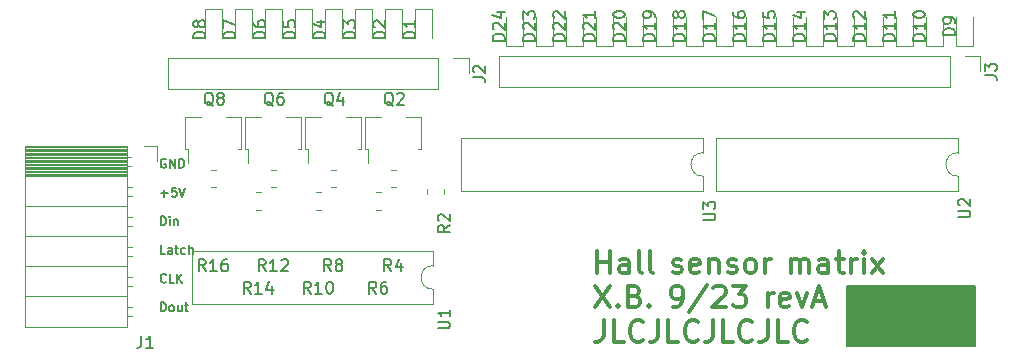
<source format=gbr>
%TF.GenerationSoftware,KiCad,Pcbnew,(7.0.0)*%
%TF.CreationDate,2023-09-21T15:04:23+02:00*%
%TF.ProjectId,hall_sensor_matrix_v2,68616c6c-5f73-4656-9e73-6f725f6d6174,rev?*%
%TF.SameCoordinates,Original*%
%TF.FileFunction,Legend,Top*%
%TF.FilePolarity,Positive*%
%FSLAX46Y46*%
G04 Gerber Fmt 4.6, Leading zero omitted, Abs format (unit mm)*
G04 Created by KiCad (PCBNEW (7.0.0)) date 2023-09-21 15:04:23*
%MOMM*%
%LPD*%
G01*
G04 APERTURE LIST*
%ADD10C,0.150000*%
%ADD11C,0.360000*%
%ADD12C,0.120000*%
G04 APERTURE END LIST*
D10*
X76898428Y-99748500D02*
X76827000Y-99712785D01*
X76827000Y-99712785D02*
X76719857Y-99712785D01*
X76719857Y-99712785D02*
X76612714Y-99748500D01*
X76612714Y-99748500D02*
X76541285Y-99819928D01*
X76541285Y-99819928D02*
X76505571Y-99891357D01*
X76505571Y-99891357D02*
X76469857Y-100034214D01*
X76469857Y-100034214D02*
X76469857Y-100141357D01*
X76469857Y-100141357D02*
X76505571Y-100284214D01*
X76505571Y-100284214D02*
X76541285Y-100355642D01*
X76541285Y-100355642D02*
X76612714Y-100427071D01*
X76612714Y-100427071D02*
X76719857Y-100462785D01*
X76719857Y-100462785D02*
X76791285Y-100462785D01*
X76791285Y-100462785D02*
X76898428Y-100427071D01*
X76898428Y-100427071D02*
X76934142Y-100391357D01*
X76934142Y-100391357D02*
X76934142Y-100141357D01*
X76934142Y-100141357D02*
X76791285Y-100141357D01*
X77255571Y-100462785D02*
X77255571Y-99712785D01*
X77255571Y-99712785D02*
X77684142Y-100462785D01*
X77684142Y-100462785D02*
X77684142Y-99712785D01*
X78041285Y-100462785D02*
X78041285Y-99712785D01*
X78041285Y-99712785D02*
X78219856Y-99712785D01*
X78219856Y-99712785D02*
X78326999Y-99748500D01*
X78326999Y-99748500D02*
X78398428Y-99819928D01*
X78398428Y-99819928D02*
X78434142Y-99891357D01*
X78434142Y-99891357D02*
X78469856Y-100034214D01*
X78469856Y-100034214D02*
X78469856Y-100141357D01*
X78469856Y-100141357D02*
X78434142Y-100284214D01*
X78434142Y-100284214D02*
X78398428Y-100355642D01*
X78398428Y-100355642D02*
X78326999Y-100427071D01*
X78326999Y-100427071D02*
X78219856Y-100462785D01*
X78219856Y-100462785D02*
X78041285Y-100462785D01*
X76505571Y-102607071D02*
X77077000Y-102607071D01*
X76791285Y-102892785D02*
X76791285Y-102321357D01*
X77791285Y-102142785D02*
X77434142Y-102142785D01*
X77434142Y-102142785D02*
X77398428Y-102499928D01*
X77398428Y-102499928D02*
X77434142Y-102464214D01*
X77434142Y-102464214D02*
X77505571Y-102428500D01*
X77505571Y-102428500D02*
X77684142Y-102428500D01*
X77684142Y-102428500D02*
X77755571Y-102464214D01*
X77755571Y-102464214D02*
X77791285Y-102499928D01*
X77791285Y-102499928D02*
X77826999Y-102571357D01*
X77826999Y-102571357D02*
X77826999Y-102749928D01*
X77826999Y-102749928D02*
X77791285Y-102821357D01*
X77791285Y-102821357D02*
X77755571Y-102857071D01*
X77755571Y-102857071D02*
X77684142Y-102892785D01*
X77684142Y-102892785D02*
X77505571Y-102892785D01*
X77505571Y-102892785D02*
X77434142Y-102857071D01*
X77434142Y-102857071D02*
X77398428Y-102821357D01*
X78041285Y-102142785D02*
X78291285Y-102892785D01*
X78291285Y-102892785D02*
X78541285Y-102142785D01*
X76505571Y-105322785D02*
X76505571Y-104572785D01*
X76505571Y-104572785D02*
X76684142Y-104572785D01*
X76684142Y-104572785D02*
X76791285Y-104608500D01*
X76791285Y-104608500D02*
X76862714Y-104679928D01*
X76862714Y-104679928D02*
X76898428Y-104751357D01*
X76898428Y-104751357D02*
X76934142Y-104894214D01*
X76934142Y-104894214D02*
X76934142Y-105001357D01*
X76934142Y-105001357D02*
X76898428Y-105144214D01*
X76898428Y-105144214D02*
X76862714Y-105215642D01*
X76862714Y-105215642D02*
X76791285Y-105287071D01*
X76791285Y-105287071D02*
X76684142Y-105322785D01*
X76684142Y-105322785D02*
X76505571Y-105322785D01*
X77255571Y-105322785D02*
X77255571Y-104822785D01*
X77255571Y-104572785D02*
X77219857Y-104608500D01*
X77219857Y-104608500D02*
X77255571Y-104644214D01*
X77255571Y-104644214D02*
X77291285Y-104608500D01*
X77291285Y-104608500D02*
X77255571Y-104572785D01*
X77255571Y-104572785D02*
X77255571Y-104644214D01*
X77612714Y-104822785D02*
X77612714Y-105322785D01*
X77612714Y-104894214D02*
X77648428Y-104858500D01*
X77648428Y-104858500D02*
X77719857Y-104822785D01*
X77719857Y-104822785D02*
X77827000Y-104822785D01*
X77827000Y-104822785D02*
X77898428Y-104858500D01*
X77898428Y-104858500D02*
X77934143Y-104929928D01*
X77934143Y-104929928D02*
X77934143Y-105322785D01*
X76862714Y-107752785D02*
X76505571Y-107752785D01*
X76505571Y-107752785D02*
X76505571Y-107002785D01*
X77434143Y-107752785D02*
X77434143Y-107359928D01*
X77434143Y-107359928D02*
X77398428Y-107288500D01*
X77398428Y-107288500D02*
X77327000Y-107252785D01*
X77327000Y-107252785D02*
X77184143Y-107252785D01*
X77184143Y-107252785D02*
X77112714Y-107288500D01*
X77434143Y-107717071D02*
X77362714Y-107752785D01*
X77362714Y-107752785D02*
X77184143Y-107752785D01*
X77184143Y-107752785D02*
X77112714Y-107717071D01*
X77112714Y-107717071D02*
X77077000Y-107645642D01*
X77077000Y-107645642D02*
X77077000Y-107574214D01*
X77077000Y-107574214D02*
X77112714Y-107502785D01*
X77112714Y-107502785D02*
X77184143Y-107467071D01*
X77184143Y-107467071D02*
X77362714Y-107467071D01*
X77362714Y-107467071D02*
X77434143Y-107431357D01*
X77684142Y-107252785D02*
X77969856Y-107252785D01*
X77791285Y-107002785D02*
X77791285Y-107645642D01*
X77791285Y-107645642D02*
X77826999Y-107717071D01*
X77826999Y-107717071D02*
X77898428Y-107752785D01*
X77898428Y-107752785D02*
X77969856Y-107752785D01*
X78541285Y-107717071D02*
X78469856Y-107752785D01*
X78469856Y-107752785D02*
X78326999Y-107752785D01*
X78326999Y-107752785D02*
X78255570Y-107717071D01*
X78255570Y-107717071D02*
X78219856Y-107681357D01*
X78219856Y-107681357D02*
X78184142Y-107609928D01*
X78184142Y-107609928D02*
X78184142Y-107395642D01*
X78184142Y-107395642D02*
X78219856Y-107324214D01*
X78219856Y-107324214D02*
X78255570Y-107288500D01*
X78255570Y-107288500D02*
X78326999Y-107252785D01*
X78326999Y-107252785D02*
X78469856Y-107252785D01*
X78469856Y-107252785D02*
X78541285Y-107288500D01*
X78862713Y-107752785D02*
X78862713Y-107002785D01*
X79184142Y-107752785D02*
X79184142Y-107359928D01*
X79184142Y-107359928D02*
X79148427Y-107288500D01*
X79148427Y-107288500D02*
X79076999Y-107252785D01*
X79076999Y-107252785D02*
X78969856Y-107252785D01*
X78969856Y-107252785D02*
X78898427Y-107288500D01*
X78898427Y-107288500D02*
X78862713Y-107324214D01*
X76934142Y-110111357D02*
X76898428Y-110147071D01*
X76898428Y-110147071D02*
X76791285Y-110182785D01*
X76791285Y-110182785D02*
X76719857Y-110182785D01*
X76719857Y-110182785D02*
X76612714Y-110147071D01*
X76612714Y-110147071D02*
X76541285Y-110075642D01*
X76541285Y-110075642D02*
X76505571Y-110004214D01*
X76505571Y-110004214D02*
X76469857Y-109861357D01*
X76469857Y-109861357D02*
X76469857Y-109754214D01*
X76469857Y-109754214D02*
X76505571Y-109611357D01*
X76505571Y-109611357D02*
X76541285Y-109539928D01*
X76541285Y-109539928D02*
X76612714Y-109468500D01*
X76612714Y-109468500D02*
X76719857Y-109432785D01*
X76719857Y-109432785D02*
X76791285Y-109432785D01*
X76791285Y-109432785D02*
X76898428Y-109468500D01*
X76898428Y-109468500D02*
X76934142Y-109504214D01*
X77612714Y-110182785D02*
X77255571Y-110182785D01*
X77255571Y-110182785D02*
X77255571Y-109432785D01*
X77862714Y-110182785D02*
X77862714Y-109432785D01*
X78291285Y-110182785D02*
X77969857Y-109754214D01*
X78291285Y-109432785D02*
X77862714Y-109861357D01*
X76505571Y-112612785D02*
X76505571Y-111862785D01*
X76505571Y-111862785D02*
X76684142Y-111862785D01*
X76684142Y-111862785D02*
X76791285Y-111898500D01*
X76791285Y-111898500D02*
X76862714Y-111969928D01*
X76862714Y-111969928D02*
X76898428Y-112041357D01*
X76898428Y-112041357D02*
X76934142Y-112184214D01*
X76934142Y-112184214D02*
X76934142Y-112291357D01*
X76934142Y-112291357D02*
X76898428Y-112434214D01*
X76898428Y-112434214D02*
X76862714Y-112505642D01*
X76862714Y-112505642D02*
X76791285Y-112577071D01*
X76791285Y-112577071D02*
X76684142Y-112612785D01*
X76684142Y-112612785D02*
X76505571Y-112612785D01*
X77362714Y-112612785D02*
X77291285Y-112577071D01*
X77291285Y-112577071D02*
X77255571Y-112541357D01*
X77255571Y-112541357D02*
X77219857Y-112469928D01*
X77219857Y-112469928D02*
X77219857Y-112255642D01*
X77219857Y-112255642D02*
X77255571Y-112184214D01*
X77255571Y-112184214D02*
X77291285Y-112148500D01*
X77291285Y-112148500D02*
X77362714Y-112112785D01*
X77362714Y-112112785D02*
X77469857Y-112112785D01*
X77469857Y-112112785D02*
X77541285Y-112148500D01*
X77541285Y-112148500D02*
X77577000Y-112184214D01*
X77577000Y-112184214D02*
X77612714Y-112255642D01*
X77612714Y-112255642D02*
X77612714Y-112469928D01*
X77612714Y-112469928D02*
X77577000Y-112541357D01*
X77577000Y-112541357D02*
X77541285Y-112577071D01*
X77541285Y-112577071D02*
X77469857Y-112612785D01*
X77469857Y-112612785D02*
X77362714Y-112612785D01*
X78255571Y-112112785D02*
X78255571Y-112612785D01*
X77934142Y-112112785D02*
X77934142Y-112505642D01*
X77934142Y-112505642D02*
X77969856Y-112577071D01*
X77969856Y-112577071D02*
X78041285Y-112612785D01*
X78041285Y-112612785D02*
X78148428Y-112612785D01*
X78148428Y-112612785D02*
X78219856Y-112577071D01*
X78219856Y-112577071D02*
X78255571Y-112541357D01*
X78505570Y-112112785D02*
X78791284Y-112112785D01*
X78612713Y-111862785D02*
X78612713Y-112505642D01*
X78612713Y-112505642D02*
X78648427Y-112577071D01*
X78648427Y-112577071D02*
X78719856Y-112612785D01*
X78719856Y-112612785D02*
X78791284Y-112612785D01*
X134620000Y-110490000D02*
X145415000Y-110490000D01*
X145415000Y-110490000D02*
X145415000Y-115570000D01*
X145415000Y-115570000D02*
X134620000Y-115570000D01*
X134620000Y-115570000D02*
X134620000Y-110490000D01*
G36*
X134620000Y-110490000D02*
G01*
X145415000Y-110490000D01*
X145415000Y-115570000D01*
X134620000Y-115570000D01*
X134620000Y-110490000D01*
G37*
D11*
X113458571Y-109346285D02*
X113458571Y-107546285D01*
X113458571Y-108403428D02*
X114487142Y-108403428D01*
X114487142Y-109346285D02*
X114487142Y-107546285D01*
X116115714Y-109346285D02*
X116115714Y-108403428D01*
X116115714Y-108403428D02*
X116029999Y-108232000D01*
X116029999Y-108232000D02*
X115858571Y-108146285D01*
X115858571Y-108146285D02*
X115515714Y-108146285D01*
X115515714Y-108146285D02*
X115344285Y-108232000D01*
X116115714Y-109260571D02*
X115944285Y-109346285D01*
X115944285Y-109346285D02*
X115515714Y-109346285D01*
X115515714Y-109346285D02*
X115344285Y-109260571D01*
X115344285Y-109260571D02*
X115258571Y-109089142D01*
X115258571Y-109089142D02*
X115258571Y-108917714D01*
X115258571Y-108917714D02*
X115344285Y-108746285D01*
X115344285Y-108746285D02*
X115515714Y-108660571D01*
X115515714Y-108660571D02*
X115944285Y-108660571D01*
X115944285Y-108660571D02*
X116115714Y-108574857D01*
X117229999Y-109346285D02*
X117058570Y-109260571D01*
X117058570Y-109260571D02*
X116972856Y-109089142D01*
X116972856Y-109089142D02*
X116972856Y-107546285D01*
X118172856Y-109346285D02*
X118001427Y-109260571D01*
X118001427Y-109260571D02*
X117915713Y-109089142D01*
X117915713Y-109089142D02*
X117915713Y-107546285D01*
X119852856Y-109260571D02*
X120024284Y-109346285D01*
X120024284Y-109346285D02*
X120367141Y-109346285D01*
X120367141Y-109346285D02*
X120538570Y-109260571D01*
X120538570Y-109260571D02*
X120624284Y-109089142D01*
X120624284Y-109089142D02*
X120624284Y-109003428D01*
X120624284Y-109003428D02*
X120538570Y-108832000D01*
X120538570Y-108832000D02*
X120367141Y-108746285D01*
X120367141Y-108746285D02*
X120109999Y-108746285D01*
X120109999Y-108746285D02*
X119938570Y-108660571D01*
X119938570Y-108660571D02*
X119852856Y-108489142D01*
X119852856Y-108489142D02*
X119852856Y-108403428D01*
X119852856Y-108403428D02*
X119938570Y-108232000D01*
X119938570Y-108232000D02*
X120109999Y-108146285D01*
X120109999Y-108146285D02*
X120367141Y-108146285D01*
X120367141Y-108146285D02*
X120538570Y-108232000D01*
X122081427Y-109260571D02*
X121909999Y-109346285D01*
X121909999Y-109346285D02*
X121567142Y-109346285D01*
X121567142Y-109346285D02*
X121395713Y-109260571D01*
X121395713Y-109260571D02*
X121309999Y-109089142D01*
X121309999Y-109089142D02*
X121309999Y-108403428D01*
X121309999Y-108403428D02*
X121395713Y-108232000D01*
X121395713Y-108232000D02*
X121567142Y-108146285D01*
X121567142Y-108146285D02*
X121909999Y-108146285D01*
X121909999Y-108146285D02*
X122081427Y-108232000D01*
X122081427Y-108232000D02*
X122167142Y-108403428D01*
X122167142Y-108403428D02*
X122167142Y-108574857D01*
X122167142Y-108574857D02*
X121309999Y-108746285D01*
X122938570Y-108146285D02*
X122938570Y-109346285D01*
X122938570Y-108317714D02*
X123024284Y-108232000D01*
X123024284Y-108232000D02*
X123195713Y-108146285D01*
X123195713Y-108146285D02*
X123452856Y-108146285D01*
X123452856Y-108146285D02*
X123624284Y-108232000D01*
X123624284Y-108232000D02*
X123709999Y-108403428D01*
X123709999Y-108403428D02*
X123709999Y-109346285D01*
X124481427Y-109260571D02*
X124652855Y-109346285D01*
X124652855Y-109346285D02*
X124995712Y-109346285D01*
X124995712Y-109346285D02*
X125167141Y-109260571D01*
X125167141Y-109260571D02*
X125252855Y-109089142D01*
X125252855Y-109089142D02*
X125252855Y-109003428D01*
X125252855Y-109003428D02*
X125167141Y-108832000D01*
X125167141Y-108832000D02*
X124995712Y-108746285D01*
X124995712Y-108746285D02*
X124738570Y-108746285D01*
X124738570Y-108746285D02*
X124567141Y-108660571D01*
X124567141Y-108660571D02*
X124481427Y-108489142D01*
X124481427Y-108489142D02*
X124481427Y-108403428D01*
X124481427Y-108403428D02*
X124567141Y-108232000D01*
X124567141Y-108232000D02*
X124738570Y-108146285D01*
X124738570Y-108146285D02*
X124995712Y-108146285D01*
X124995712Y-108146285D02*
X125167141Y-108232000D01*
X126281427Y-109346285D02*
X126109998Y-109260571D01*
X126109998Y-109260571D02*
X126024284Y-109174857D01*
X126024284Y-109174857D02*
X125938570Y-109003428D01*
X125938570Y-109003428D02*
X125938570Y-108489142D01*
X125938570Y-108489142D02*
X126024284Y-108317714D01*
X126024284Y-108317714D02*
X126109998Y-108232000D01*
X126109998Y-108232000D02*
X126281427Y-108146285D01*
X126281427Y-108146285D02*
X126538570Y-108146285D01*
X126538570Y-108146285D02*
X126709998Y-108232000D01*
X126709998Y-108232000D02*
X126795713Y-108317714D01*
X126795713Y-108317714D02*
X126881427Y-108489142D01*
X126881427Y-108489142D02*
X126881427Y-109003428D01*
X126881427Y-109003428D02*
X126795713Y-109174857D01*
X126795713Y-109174857D02*
X126709998Y-109260571D01*
X126709998Y-109260571D02*
X126538570Y-109346285D01*
X126538570Y-109346285D02*
X126281427Y-109346285D01*
X127652855Y-109346285D02*
X127652855Y-108146285D01*
X127652855Y-108489142D02*
X127738569Y-108317714D01*
X127738569Y-108317714D02*
X127824284Y-108232000D01*
X127824284Y-108232000D02*
X127995712Y-108146285D01*
X127995712Y-108146285D02*
X128167141Y-108146285D01*
X129847141Y-109346285D02*
X129847141Y-108146285D01*
X129847141Y-108317714D02*
X129932855Y-108232000D01*
X129932855Y-108232000D02*
X130104284Y-108146285D01*
X130104284Y-108146285D02*
X130361427Y-108146285D01*
X130361427Y-108146285D02*
X130532855Y-108232000D01*
X130532855Y-108232000D02*
X130618570Y-108403428D01*
X130618570Y-108403428D02*
X130618570Y-109346285D01*
X130618570Y-108403428D02*
X130704284Y-108232000D01*
X130704284Y-108232000D02*
X130875712Y-108146285D01*
X130875712Y-108146285D02*
X131132855Y-108146285D01*
X131132855Y-108146285D02*
X131304284Y-108232000D01*
X131304284Y-108232000D02*
X131389998Y-108403428D01*
X131389998Y-108403428D02*
X131389998Y-109346285D01*
X133018570Y-109346285D02*
X133018570Y-108403428D01*
X133018570Y-108403428D02*
X132932855Y-108232000D01*
X132932855Y-108232000D02*
X132761427Y-108146285D01*
X132761427Y-108146285D02*
X132418570Y-108146285D01*
X132418570Y-108146285D02*
X132247141Y-108232000D01*
X133018570Y-109260571D02*
X132847141Y-109346285D01*
X132847141Y-109346285D02*
X132418570Y-109346285D01*
X132418570Y-109346285D02*
X132247141Y-109260571D01*
X132247141Y-109260571D02*
X132161427Y-109089142D01*
X132161427Y-109089142D02*
X132161427Y-108917714D01*
X132161427Y-108917714D02*
X132247141Y-108746285D01*
X132247141Y-108746285D02*
X132418570Y-108660571D01*
X132418570Y-108660571D02*
X132847141Y-108660571D01*
X132847141Y-108660571D02*
X133018570Y-108574857D01*
X133618569Y-108146285D02*
X134304283Y-108146285D01*
X133875712Y-107546285D02*
X133875712Y-109089142D01*
X133875712Y-109089142D02*
X133961426Y-109260571D01*
X133961426Y-109260571D02*
X134132855Y-109346285D01*
X134132855Y-109346285D02*
X134304283Y-109346285D01*
X134904283Y-109346285D02*
X134904283Y-108146285D01*
X134904283Y-108489142D02*
X134989997Y-108317714D01*
X134989997Y-108317714D02*
X135075712Y-108232000D01*
X135075712Y-108232000D02*
X135247140Y-108146285D01*
X135247140Y-108146285D02*
X135418569Y-108146285D01*
X136018569Y-109346285D02*
X136018569Y-108146285D01*
X136018569Y-107546285D02*
X135932855Y-107632000D01*
X135932855Y-107632000D02*
X136018569Y-107717714D01*
X136018569Y-107717714D02*
X136104283Y-107632000D01*
X136104283Y-107632000D02*
X136018569Y-107546285D01*
X136018569Y-107546285D02*
X136018569Y-107717714D01*
X136704283Y-109346285D02*
X137647141Y-108146285D01*
X136704283Y-108146285D02*
X137647141Y-109346285D01*
X113287142Y-110462285D02*
X114487142Y-112262285D01*
X114487142Y-110462285D02*
X113287142Y-112262285D01*
X115172857Y-112090857D02*
X115258571Y-112176571D01*
X115258571Y-112176571D02*
X115172857Y-112262285D01*
X115172857Y-112262285D02*
X115087143Y-112176571D01*
X115087143Y-112176571D02*
X115172857Y-112090857D01*
X115172857Y-112090857D02*
X115172857Y-112262285D01*
X116630000Y-111319428D02*
X116887143Y-111405142D01*
X116887143Y-111405142D02*
X116972857Y-111490857D01*
X116972857Y-111490857D02*
X117058571Y-111662285D01*
X117058571Y-111662285D02*
X117058571Y-111919428D01*
X117058571Y-111919428D02*
X116972857Y-112090857D01*
X116972857Y-112090857D02*
X116887143Y-112176571D01*
X116887143Y-112176571D02*
X116715714Y-112262285D01*
X116715714Y-112262285D02*
X116030000Y-112262285D01*
X116030000Y-112262285D02*
X116030000Y-110462285D01*
X116030000Y-110462285D02*
X116630000Y-110462285D01*
X116630000Y-110462285D02*
X116801429Y-110548000D01*
X116801429Y-110548000D02*
X116887143Y-110633714D01*
X116887143Y-110633714D02*
X116972857Y-110805142D01*
X116972857Y-110805142D02*
X116972857Y-110976571D01*
X116972857Y-110976571D02*
X116887143Y-111148000D01*
X116887143Y-111148000D02*
X116801429Y-111233714D01*
X116801429Y-111233714D02*
X116630000Y-111319428D01*
X116630000Y-111319428D02*
X116030000Y-111319428D01*
X117830000Y-112090857D02*
X117915714Y-112176571D01*
X117915714Y-112176571D02*
X117830000Y-112262285D01*
X117830000Y-112262285D02*
X117744286Y-112176571D01*
X117744286Y-112176571D02*
X117830000Y-112090857D01*
X117830000Y-112090857D02*
X117830000Y-112262285D01*
X119852857Y-112262285D02*
X120195714Y-112262285D01*
X120195714Y-112262285D02*
X120367143Y-112176571D01*
X120367143Y-112176571D02*
X120452857Y-112090857D01*
X120452857Y-112090857D02*
X120624286Y-111833714D01*
X120624286Y-111833714D02*
X120710000Y-111490857D01*
X120710000Y-111490857D02*
X120710000Y-110805142D01*
X120710000Y-110805142D02*
X120624286Y-110633714D01*
X120624286Y-110633714D02*
X120538572Y-110548000D01*
X120538572Y-110548000D02*
X120367143Y-110462285D01*
X120367143Y-110462285D02*
X120024286Y-110462285D01*
X120024286Y-110462285D02*
X119852857Y-110548000D01*
X119852857Y-110548000D02*
X119767143Y-110633714D01*
X119767143Y-110633714D02*
X119681429Y-110805142D01*
X119681429Y-110805142D02*
X119681429Y-111233714D01*
X119681429Y-111233714D02*
X119767143Y-111405142D01*
X119767143Y-111405142D02*
X119852857Y-111490857D01*
X119852857Y-111490857D02*
X120024286Y-111576571D01*
X120024286Y-111576571D02*
X120367143Y-111576571D01*
X120367143Y-111576571D02*
X120538572Y-111490857D01*
X120538572Y-111490857D02*
X120624286Y-111405142D01*
X120624286Y-111405142D02*
X120710000Y-111233714D01*
X122767143Y-110376571D02*
X121224286Y-112690857D01*
X123281429Y-110633714D02*
X123367143Y-110548000D01*
X123367143Y-110548000D02*
X123538572Y-110462285D01*
X123538572Y-110462285D02*
X123967143Y-110462285D01*
X123967143Y-110462285D02*
X124138572Y-110548000D01*
X124138572Y-110548000D02*
X124224286Y-110633714D01*
X124224286Y-110633714D02*
X124310000Y-110805142D01*
X124310000Y-110805142D02*
X124310000Y-110976571D01*
X124310000Y-110976571D02*
X124224286Y-111233714D01*
X124224286Y-111233714D02*
X123195714Y-112262285D01*
X123195714Y-112262285D02*
X124310000Y-112262285D01*
X124910000Y-110462285D02*
X126024286Y-110462285D01*
X126024286Y-110462285D02*
X125424286Y-111148000D01*
X125424286Y-111148000D02*
X125681429Y-111148000D01*
X125681429Y-111148000D02*
X125852858Y-111233714D01*
X125852858Y-111233714D02*
X125938572Y-111319428D01*
X125938572Y-111319428D02*
X126024286Y-111490857D01*
X126024286Y-111490857D02*
X126024286Y-111919428D01*
X126024286Y-111919428D02*
X125938572Y-112090857D01*
X125938572Y-112090857D02*
X125852858Y-112176571D01*
X125852858Y-112176571D02*
X125681429Y-112262285D01*
X125681429Y-112262285D02*
X125167143Y-112262285D01*
X125167143Y-112262285D02*
X124995715Y-112176571D01*
X124995715Y-112176571D02*
X124910000Y-112090857D01*
X127875715Y-112262285D02*
X127875715Y-111062285D01*
X127875715Y-111405142D02*
X127961429Y-111233714D01*
X127961429Y-111233714D02*
X128047144Y-111148000D01*
X128047144Y-111148000D02*
X128218572Y-111062285D01*
X128218572Y-111062285D02*
X128390001Y-111062285D01*
X129675715Y-112176571D02*
X129504287Y-112262285D01*
X129504287Y-112262285D02*
X129161430Y-112262285D01*
X129161430Y-112262285D02*
X128990001Y-112176571D01*
X128990001Y-112176571D02*
X128904287Y-112005142D01*
X128904287Y-112005142D02*
X128904287Y-111319428D01*
X128904287Y-111319428D02*
X128990001Y-111148000D01*
X128990001Y-111148000D02*
X129161430Y-111062285D01*
X129161430Y-111062285D02*
X129504287Y-111062285D01*
X129504287Y-111062285D02*
X129675715Y-111148000D01*
X129675715Y-111148000D02*
X129761430Y-111319428D01*
X129761430Y-111319428D02*
X129761430Y-111490857D01*
X129761430Y-111490857D02*
X128904287Y-111662285D01*
X130361429Y-111062285D02*
X130790001Y-112262285D01*
X130790001Y-112262285D02*
X131218572Y-111062285D01*
X131818573Y-111748000D02*
X132675716Y-111748000D01*
X131647144Y-112262285D02*
X132247144Y-110462285D01*
X132247144Y-110462285D02*
X132847144Y-112262285D01*
X113972857Y-113378285D02*
X113972857Y-114664000D01*
X113972857Y-114664000D02*
X113887142Y-114921142D01*
X113887142Y-114921142D02*
X113715714Y-115092571D01*
X113715714Y-115092571D02*
X113458571Y-115178285D01*
X113458571Y-115178285D02*
X113287142Y-115178285D01*
X115687143Y-115178285D02*
X114830000Y-115178285D01*
X114830000Y-115178285D02*
X114830000Y-113378285D01*
X117315714Y-115006857D02*
X117230000Y-115092571D01*
X117230000Y-115092571D02*
X116972857Y-115178285D01*
X116972857Y-115178285D02*
X116801429Y-115178285D01*
X116801429Y-115178285D02*
X116544286Y-115092571D01*
X116544286Y-115092571D02*
X116372857Y-114921142D01*
X116372857Y-114921142D02*
X116287143Y-114749714D01*
X116287143Y-114749714D02*
X116201429Y-114406857D01*
X116201429Y-114406857D02*
X116201429Y-114149714D01*
X116201429Y-114149714D02*
X116287143Y-113806857D01*
X116287143Y-113806857D02*
X116372857Y-113635428D01*
X116372857Y-113635428D02*
X116544286Y-113464000D01*
X116544286Y-113464000D02*
X116801429Y-113378285D01*
X116801429Y-113378285D02*
X116972857Y-113378285D01*
X116972857Y-113378285D02*
X117230000Y-113464000D01*
X117230000Y-113464000D02*
X117315714Y-113549714D01*
X118601429Y-113378285D02*
X118601429Y-114664000D01*
X118601429Y-114664000D02*
X118515714Y-114921142D01*
X118515714Y-114921142D02*
X118344286Y-115092571D01*
X118344286Y-115092571D02*
X118087143Y-115178285D01*
X118087143Y-115178285D02*
X117915714Y-115178285D01*
X120315715Y-115178285D02*
X119458572Y-115178285D01*
X119458572Y-115178285D02*
X119458572Y-113378285D01*
X121944286Y-115006857D02*
X121858572Y-115092571D01*
X121858572Y-115092571D02*
X121601429Y-115178285D01*
X121601429Y-115178285D02*
X121430001Y-115178285D01*
X121430001Y-115178285D02*
X121172858Y-115092571D01*
X121172858Y-115092571D02*
X121001429Y-114921142D01*
X121001429Y-114921142D02*
X120915715Y-114749714D01*
X120915715Y-114749714D02*
X120830001Y-114406857D01*
X120830001Y-114406857D02*
X120830001Y-114149714D01*
X120830001Y-114149714D02*
X120915715Y-113806857D01*
X120915715Y-113806857D02*
X121001429Y-113635428D01*
X121001429Y-113635428D02*
X121172858Y-113464000D01*
X121172858Y-113464000D02*
X121430001Y-113378285D01*
X121430001Y-113378285D02*
X121601429Y-113378285D01*
X121601429Y-113378285D02*
X121858572Y-113464000D01*
X121858572Y-113464000D02*
X121944286Y-113549714D01*
X123230001Y-113378285D02*
X123230001Y-114664000D01*
X123230001Y-114664000D02*
X123144286Y-114921142D01*
X123144286Y-114921142D02*
X122972858Y-115092571D01*
X122972858Y-115092571D02*
X122715715Y-115178285D01*
X122715715Y-115178285D02*
X122544286Y-115178285D01*
X124944287Y-115178285D02*
X124087144Y-115178285D01*
X124087144Y-115178285D02*
X124087144Y-113378285D01*
X126572858Y-115006857D02*
X126487144Y-115092571D01*
X126487144Y-115092571D02*
X126230001Y-115178285D01*
X126230001Y-115178285D02*
X126058573Y-115178285D01*
X126058573Y-115178285D02*
X125801430Y-115092571D01*
X125801430Y-115092571D02*
X125630001Y-114921142D01*
X125630001Y-114921142D02*
X125544287Y-114749714D01*
X125544287Y-114749714D02*
X125458573Y-114406857D01*
X125458573Y-114406857D02*
X125458573Y-114149714D01*
X125458573Y-114149714D02*
X125544287Y-113806857D01*
X125544287Y-113806857D02*
X125630001Y-113635428D01*
X125630001Y-113635428D02*
X125801430Y-113464000D01*
X125801430Y-113464000D02*
X126058573Y-113378285D01*
X126058573Y-113378285D02*
X126230001Y-113378285D01*
X126230001Y-113378285D02*
X126487144Y-113464000D01*
X126487144Y-113464000D02*
X126572858Y-113549714D01*
X127858573Y-113378285D02*
X127858573Y-114664000D01*
X127858573Y-114664000D02*
X127772858Y-114921142D01*
X127772858Y-114921142D02*
X127601430Y-115092571D01*
X127601430Y-115092571D02*
X127344287Y-115178285D01*
X127344287Y-115178285D02*
X127172858Y-115178285D01*
X129572859Y-115178285D02*
X128715716Y-115178285D01*
X128715716Y-115178285D02*
X128715716Y-113378285D01*
X131201430Y-115006857D02*
X131115716Y-115092571D01*
X131115716Y-115092571D02*
X130858573Y-115178285D01*
X130858573Y-115178285D02*
X130687145Y-115178285D01*
X130687145Y-115178285D02*
X130430002Y-115092571D01*
X130430002Y-115092571D02*
X130258573Y-114921142D01*
X130258573Y-114921142D02*
X130172859Y-114749714D01*
X130172859Y-114749714D02*
X130087145Y-114406857D01*
X130087145Y-114406857D02*
X130087145Y-114149714D01*
X130087145Y-114149714D02*
X130172859Y-113806857D01*
X130172859Y-113806857D02*
X130258573Y-113635428D01*
X130258573Y-113635428D02*
X130430002Y-113464000D01*
X130430002Y-113464000D02*
X130687145Y-113378285D01*
X130687145Y-113378285D02*
X130858573Y-113378285D01*
X130858573Y-113378285D02*
X131115716Y-113464000D01*
X131115716Y-113464000D02*
X131201430Y-113549714D01*
D10*
%TO.C,D4*%
X90410380Y-89511094D02*
X89410380Y-89511094D01*
X89410380Y-89511094D02*
X89410380Y-89272999D01*
X89410380Y-89272999D02*
X89458000Y-89130142D01*
X89458000Y-89130142D02*
X89553238Y-89034904D01*
X89553238Y-89034904D02*
X89648476Y-88987285D01*
X89648476Y-88987285D02*
X89838952Y-88939666D01*
X89838952Y-88939666D02*
X89981809Y-88939666D01*
X89981809Y-88939666D02*
X90172285Y-88987285D01*
X90172285Y-88987285D02*
X90267523Y-89034904D01*
X90267523Y-89034904D02*
X90362761Y-89130142D01*
X90362761Y-89130142D02*
X90410380Y-89272999D01*
X90410380Y-89272999D02*
X90410380Y-89511094D01*
X89743714Y-88082523D02*
X90410380Y-88082523D01*
X89362761Y-88320618D02*
X90077047Y-88558713D01*
X90077047Y-88558713D02*
X90077047Y-87939666D01*
%TO.C,D19*%
X118334580Y-89682485D02*
X117334580Y-89682485D01*
X117334580Y-89682485D02*
X117334580Y-89444390D01*
X117334580Y-89444390D02*
X117382200Y-89301533D01*
X117382200Y-89301533D02*
X117477438Y-89206295D01*
X117477438Y-89206295D02*
X117572676Y-89158676D01*
X117572676Y-89158676D02*
X117763152Y-89111057D01*
X117763152Y-89111057D02*
X117906009Y-89111057D01*
X117906009Y-89111057D02*
X118096485Y-89158676D01*
X118096485Y-89158676D02*
X118191723Y-89206295D01*
X118191723Y-89206295D02*
X118286961Y-89301533D01*
X118286961Y-89301533D02*
X118334580Y-89444390D01*
X118334580Y-89444390D02*
X118334580Y-89682485D01*
X118334580Y-88158676D02*
X118334580Y-88730104D01*
X118334580Y-88444390D02*
X117334580Y-88444390D01*
X117334580Y-88444390D02*
X117477438Y-88539628D01*
X117477438Y-88539628D02*
X117572676Y-88634866D01*
X117572676Y-88634866D02*
X117620295Y-88730104D01*
X118334580Y-87682485D02*
X118334580Y-87492009D01*
X118334580Y-87492009D02*
X118286961Y-87396771D01*
X118286961Y-87396771D02*
X118239342Y-87349152D01*
X118239342Y-87349152D02*
X118096485Y-87253914D01*
X118096485Y-87253914D02*
X117906009Y-87206295D01*
X117906009Y-87206295D02*
X117525057Y-87206295D01*
X117525057Y-87206295D02*
X117429819Y-87253914D01*
X117429819Y-87253914D02*
X117382200Y-87301533D01*
X117382200Y-87301533D02*
X117334580Y-87396771D01*
X117334580Y-87396771D02*
X117334580Y-87587247D01*
X117334580Y-87587247D02*
X117382200Y-87682485D01*
X117382200Y-87682485D02*
X117429819Y-87730104D01*
X117429819Y-87730104D02*
X117525057Y-87777723D01*
X117525057Y-87777723D02*
X117763152Y-87777723D01*
X117763152Y-87777723D02*
X117858390Y-87730104D01*
X117858390Y-87730104D02*
X117906009Y-87682485D01*
X117906009Y-87682485D02*
X117953628Y-87587247D01*
X117953628Y-87587247D02*
X117953628Y-87396771D01*
X117953628Y-87396771D02*
X117906009Y-87301533D01*
X117906009Y-87301533D02*
X117858390Y-87253914D01*
X117858390Y-87253914D02*
X117763152Y-87206295D01*
%TO.C,D2*%
X95490380Y-89511094D02*
X94490380Y-89511094D01*
X94490380Y-89511094D02*
X94490380Y-89272999D01*
X94490380Y-89272999D02*
X94538000Y-89130142D01*
X94538000Y-89130142D02*
X94633238Y-89034904D01*
X94633238Y-89034904D02*
X94728476Y-88987285D01*
X94728476Y-88987285D02*
X94918952Y-88939666D01*
X94918952Y-88939666D02*
X95061809Y-88939666D01*
X95061809Y-88939666D02*
X95252285Y-88987285D01*
X95252285Y-88987285D02*
X95347523Y-89034904D01*
X95347523Y-89034904D02*
X95442761Y-89130142D01*
X95442761Y-89130142D02*
X95490380Y-89272999D01*
X95490380Y-89272999D02*
X95490380Y-89511094D01*
X94585619Y-88558713D02*
X94538000Y-88511094D01*
X94538000Y-88511094D02*
X94490380Y-88415856D01*
X94490380Y-88415856D02*
X94490380Y-88177761D01*
X94490380Y-88177761D02*
X94538000Y-88082523D01*
X94538000Y-88082523D02*
X94585619Y-88034904D01*
X94585619Y-88034904D02*
X94680857Y-87987285D01*
X94680857Y-87987285D02*
X94776095Y-87987285D01*
X94776095Y-87987285D02*
X94918952Y-88034904D01*
X94918952Y-88034904D02*
X95490380Y-88606332D01*
X95490380Y-88606332D02*
X95490380Y-87987285D01*
%TO.C,D8*%
X80250380Y-89511094D02*
X79250380Y-89511094D01*
X79250380Y-89511094D02*
X79250380Y-89272999D01*
X79250380Y-89272999D02*
X79298000Y-89130142D01*
X79298000Y-89130142D02*
X79393238Y-89034904D01*
X79393238Y-89034904D02*
X79488476Y-88987285D01*
X79488476Y-88987285D02*
X79678952Y-88939666D01*
X79678952Y-88939666D02*
X79821809Y-88939666D01*
X79821809Y-88939666D02*
X80012285Y-88987285D01*
X80012285Y-88987285D02*
X80107523Y-89034904D01*
X80107523Y-89034904D02*
X80202761Y-89130142D01*
X80202761Y-89130142D02*
X80250380Y-89272999D01*
X80250380Y-89272999D02*
X80250380Y-89511094D01*
X79678952Y-88368237D02*
X79631333Y-88463475D01*
X79631333Y-88463475D02*
X79583714Y-88511094D01*
X79583714Y-88511094D02*
X79488476Y-88558713D01*
X79488476Y-88558713D02*
X79440857Y-88558713D01*
X79440857Y-88558713D02*
X79345619Y-88511094D01*
X79345619Y-88511094D02*
X79298000Y-88463475D01*
X79298000Y-88463475D02*
X79250380Y-88368237D01*
X79250380Y-88368237D02*
X79250380Y-88177761D01*
X79250380Y-88177761D02*
X79298000Y-88082523D01*
X79298000Y-88082523D02*
X79345619Y-88034904D01*
X79345619Y-88034904D02*
X79440857Y-87987285D01*
X79440857Y-87987285D02*
X79488476Y-87987285D01*
X79488476Y-87987285D02*
X79583714Y-88034904D01*
X79583714Y-88034904D02*
X79631333Y-88082523D01*
X79631333Y-88082523D02*
X79678952Y-88177761D01*
X79678952Y-88177761D02*
X79678952Y-88368237D01*
X79678952Y-88368237D02*
X79726571Y-88463475D01*
X79726571Y-88463475D02*
X79774190Y-88511094D01*
X79774190Y-88511094D02*
X79869428Y-88558713D01*
X79869428Y-88558713D02*
X80059904Y-88558713D01*
X80059904Y-88558713D02*
X80155142Y-88511094D01*
X80155142Y-88511094D02*
X80202761Y-88463475D01*
X80202761Y-88463475D02*
X80250380Y-88368237D01*
X80250380Y-88368237D02*
X80250380Y-88177761D01*
X80250380Y-88177761D02*
X80202761Y-88082523D01*
X80202761Y-88082523D02*
X80155142Y-88034904D01*
X80155142Y-88034904D02*
X80059904Y-87987285D01*
X80059904Y-87987285D02*
X79869428Y-87987285D01*
X79869428Y-87987285D02*
X79774190Y-88034904D01*
X79774190Y-88034904D02*
X79726571Y-88082523D01*
X79726571Y-88082523D02*
X79678952Y-88177761D01*
%TO.C,U1*%
X99951380Y-114045904D02*
X100760904Y-114045904D01*
X100760904Y-114045904D02*
X100856142Y-113998285D01*
X100856142Y-113998285D02*
X100903761Y-113950666D01*
X100903761Y-113950666D02*
X100951380Y-113855428D01*
X100951380Y-113855428D02*
X100951380Y-113664952D01*
X100951380Y-113664952D02*
X100903761Y-113569714D01*
X100903761Y-113569714D02*
X100856142Y-113522095D01*
X100856142Y-113522095D02*
X100760904Y-113474476D01*
X100760904Y-113474476D02*
X99951380Y-113474476D01*
X100951380Y-112474476D02*
X100951380Y-113045904D01*
X100951380Y-112760190D02*
X99951380Y-112760190D01*
X99951380Y-112760190D02*
X100094238Y-112855428D01*
X100094238Y-112855428D02*
X100189476Y-112950666D01*
X100189476Y-112950666D02*
X100237095Y-113045904D01*
%TO.C,D7*%
X82790380Y-89511094D02*
X81790380Y-89511094D01*
X81790380Y-89511094D02*
X81790380Y-89272999D01*
X81790380Y-89272999D02*
X81838000Y-89130142D01*
X81838000Y-89130142D02*
X81933238Y-89034904D01*
X81933238Y-89034904D02*
X82028476Y-88987285D01*
X82028476Y-88987285D02*
X82218952Y-88939666D01*
X82218952Y-88939666D02*
X82361809Y-88939666D01*
X82361809Y-88939666D02*
X82552285Y-88987285D01*
X82552285Y-88987285D02*
X82647523Y-89034904D01*
X82647523Y-89034904D02*
X82742761Y-89130142D01*
X82742761Y-89130142D02*
X82790380Y-89272999D01*
X82790380Y-89272999D02*
X82790380Y-89511094D01*
X81790380Y-88606332D02*
X81790380Y-87939666D01*
X81790380Y-87939666D02*
X82790380Y-88368237D01*
%TO.C,D15*%
X128494580Y-89682485D02*
X127494580Y-89682485D01*
X127494580Y-89682485D02*
X127494580Y-89444390D01*
X127494580Y-89444390D02*
X127542200Y-89301533D01*
X127542200Y-89301533D02*
X127637438Y-89206295D01*
X127637438Y-89206295D02*
X127732676Y-89158676D01*
X127732676Y-89158676D02*
X127923152Y-89111057D01*
X127923152Y-89111057D02*
X128066009Y-89111057D01*
X128066009Y-89111057D02*
X128256485Y-89158676D01*
X128256485Y-89158676D02*
X128351723Y-89206295D01*
X128351723Y-89206295D02*
X128446961Y-89301533D01*
X128446961Y-89301533D02*
X128494580Y-89444390D01*
X128494580Y-89444390D02*
X128494580Y-89682485D01*
X128494580Y-88158676D02*
X128494580Y-88730104D01*
X128494580Y-88444390D02*
X127494580Y-88444390D01*
X127494580Y-88444390D02*
X127637438Y-88539628D01*
X127637438Y-88539628D02*
X127732676Y-88634866D01*
X127732676Y-88634866D02*
X127780295Y-88730104D01*
X127494580Y-87253914D02*
X127494580Y-87730104D01*
X127494580Y-87730104D02*
X127970771Y-87777723D01*
X127970771Y-87777723D02*
X127923152Y-87730104D01*
X127923152Y-87730104D02*
X127875533Y-87634866D01*
X127875533Y-87634866D02*
X127875533Y-87396771D01*
X127875533Y-87396771D02*
X127923152Y-87301533D01*
X127923152Y-87301533D02*
X127970771Y-87253914D01*
X127970771Y-87253914D02*
X128066009Y-87206295D01*
X128066009Y-87206295D02*
X128304104Y-87206295D01*
X128304104Y-87206295D02*
X128399342Y-87253914D01*
X128399342Y-87253914D02*
X128446961Y-87301533D01*
X128446961Y-87301533D02*
X128494580Y-87396771D01*
X128494580Y-87396771D02*
X128494580Y-87634866D01*
X128494580Y-87634866D02*
X128446961Y-87730104D01*
X128446961Y-87730104D02*
X128399342Y-87777723D01*
%TO.C,R10*%
X89175142Y-111111380D02*
X88841809Y-110635190D01*
X88603714Y-111111380D02*
X88603714Y-110111380D01*
X88603714Y-110111380D02*
X88984666Y-110111380D01*
X88984666Y-110111380D02*
X89079904Y-110159000D01*
X89079904Y-110159000D02*
X89127523Y-110206619D01*
X89127523Y-110206619D02*
X89175142Y-110301857D01*
X89175142Y-110301857D02*
X89175142Y-110444714D01*
X89175142Y-110444714D02*
X89127523Y-110539952D01*
X89127523Y-110539952D02*
X89079904Y-110587571D01*
X89079904Y-110587571D02*
X88984666Y-110635190D01*
X88984666Y-110635190D02*
X88603714Y-110635190D01*
X90127523Y-111111380D02*
X89556095Y-111111380D01*
X89841809Y-111111380D02*
X89841809Y-110111380D01*
X89841809Y-110111380D02*
X89746571Y-110254238D01*
X89746571Y-110254238D02*
X89651333Y-110349476D01*
X89651333Y-110349476D02*
X89556095Y-110397095D01*
X90746571Y-110111380D02*
X90841809Y-110111380D01*
X90841809Y-110111380D02*
X90937047Y-110159000D01*
X90937047Y-110159000D02*
X90984666Y-110206619D01*
X90984666Y-110206619D02*
X91032285Y-110301857D01*
X91032285Y-110301857D02*
X91079904Y-110492333D01*
X91079904Y-110492333D02*
X91079904Y-110730428D01*
X91079904Y-110730428D02*
X91032285Y-110920904D01*
X91032285Y-110920904D02*
X90984666Y-111016142D01*
X90984666Y-111016142D02*
X90937047Y-111063761D01*
X90937047Y-111063761D02*
X90841809Y-111111380D01*
X90841809Y-111111380D02*
X90746571Y-111111380D01*
X90746571Y-111111380D02*
X90651333Y-111063761D01*
X90651333Y-111063761D02*
X90603714Y-111016142D01*
X90603714Y-111016142D02*
X90556095Y-110920904D01*
X90556095Y-110920904D02*
X90508476Y-110730428D01*
X90508476Y-110730428D02*
X90508476Y-110492333D01*
X90508476Y-110492333D02*
X90556095Y-110301857D01*
X90556095Y-110301857D02*
X90603714Y-110206619D01*
X90603714Y-110206619D02*
X90651333Y-110159000D01*
X90651333Y-110159000D02*
X90746571Y-110111380D01*
%TO.C,D23*%
X108174580Y-89682485D02*
X107174580Y-89682485D01*
X107174580Y-89682485D02*
X107174580Y-89444390D01*
X107174580Y-89444390D02*
X107222200Y-89301533D01*
X107222200Y-89301533D02*
X107317438Y-89206295D01*
X107317438Y-89206295D02*
X107412676Y-89158676D01*
X107412676Y-89158676D02*
X107603152Y-89111057D01*
X107603152Y-89111057D02*
X107746009Y-89111057D01*
X107746009Y-89111057D02*
X107936485Y-89158676D01*
X107936485Y-89158676D02*
X108031723Y-89206295D01*
X108031723Y-89206295D02*
X108126961Y-89301533D01*
X108126961Y-89301533D02*
X108174580Y-89444390D01*
X108174580Y-89444390D02*
X108174580Y-89682485D01*
X107269819Y-88730104D02*
X107222200Y-88682485D01*
X107222200Y-88682485D02*
X107174580Y-88587247D01*
X107174580Y-88587247D02*
X107174580Y-88349152D01*
X107174580Y-88349152D02*
X107222200Y-88253914D01*
X107222200Y-88253914D02*
X107269819Y-88206295D01*
X107269819Y-88206295D02*
X107365057Y-88158676D01*
X107365057Y-88158676D02*
X107460295Y-88158676D01*
X107460295Y-88158676D02*
X107603152Y-88206295D01*
X107603152Y-88206295D02*
X108174580Y-88777723D01*
X108174580Y-88777723D02*
X108174580Y-88158676D01*
X107174580Y-87825342D02*
X107174580Y-87206295D01*
X107174580Y-87206295D02*
X107555533Y-87539628D01*
X107555533Y-87539628D02*
X107555533Y-87396771D01*
X107555533Y-87396771D02*
X107603152Y-87301533D01*
X107603152Y-87301533D02*
X107650771Y-87253914D01*
X107650771Y-87253914D02*
X107746009Y-87206295D01*
X107746009Y-87206295D02*
X107984104Y-87206295D01*
X107984104Y-87206295D02*
X108079342Y-87253914D01*
X108079342Y-87253914D02*
X108126961Y-87301533D01*
X108126961Y-87301533D02*
X108174580Y-87396771D01*
X108174580Y-87396771D02*
X108174580Y-87682485D01*
X108174580Y-87682485D02*
X108126961Y-87777723D01*
X108126961Y-87777723D02*
X108079342Y-87825342D01*
%TO.C,D22*%
X110714580Y-89682485D02*
X109714580Y-89682485D01*
X109714580Y-89682485D02*
X109714580Y-89444390D01*
X109714580Y-89444390D02*
X109762200Y-89301533D01*
X109762200Y-89301533D02*
X109857438Y-89206295D01*
X109857438Y-89206295D02*
X109952676Y-89158676D01*
X109952676Y-89158676D02*
X110143152Y-89111057D01*
X110143152Y-89111057D02*
X110286009Y-89111057D01*
X110286009Y-89111057D02*
X110476485Y-89158676D01*
X110476485Y-89158676D02*
X110571723Y-89206295D01*
X110571723Y-89206295D02*
X110666961Y-89301533D01*
X110666961Y-89301533D02*
X110714580Y-89444390D01*
X110714580Y-89444390D02*
X110714580Y-89682485D01*
X109809819Y-88730104D02*
X109762200Y-88682485D01*
X109762200Y-88682485D02*
X109714580Y-88587247D01*
X109714580Y-88587247D02*
X109714580Y-88349152D01*
X109714580Y-88349152D02*
X109762200Y-88253914D01*
X109762200Y-88253914D02*
X109809819Y-88206295D01*
X109809819Y-88206295D02*
X109905057Y-88158676D01*
X109905057Y-88158676D02*
X110000295Y-88158676D01*
X110000295Y-88158676D02*
X110143152Y-88206295D01*
X110143152Y-88206295D02*
X110714580Y-88777723D01*
X110714580Y-88777723D02*
X110714580Y-88158676D01*
X109809819Y-87777723D02*
X109762200Y-87730104D01*
X109762200Y-87730104D02*
X109714580Y-87634866D01*
X109714580Y-87634866D02*
X109714580Y-87396771D01*
X109714580Y-87396771D02*
X109762200Y-87301533D01*
X109762200Y-87301533D02*
X109809819Y-87253914D01*
X109809819Y-87253914D02*
X109905057Y-87206295D01*
X109905057Y-87206295D02*
X110000295Y-87206295D01*
X110000295Y-87206295D02*
X110143152Y-87253914D01*
X110143152Y-87253914D02*
X110714580Y-87825342D01*
X110714580Y-87825342D02*
X110714580Y-87206295D01*
%TO.C,D20*%
X115794580Y-89682485D02*
X114794580Y-89682485D01*
X114794580Y-89682485D02*
X114794580Y-89444390D01*
X114794580Y-89444390D02*
X114842200Y-89301533D01*
X114842200Y-89301533D02*
X114937438Y-89206295D01*
X114937438Y-89206295D02*
X115032676Y-89158676D01*
X115032676Y-89158676D02*
X115223152Y-89111057D01*
X115223152Y-89111057D02*
X115366009Y-89111057D01*
X115366009Y-89111057D02*
X115556485Y-89158676D01*
X115556485Y-89158676D02*
X115651723Y-89206295D01*
X115651723Y-89206295D02*
X115746961Y-89301533D01*
X115746961Y-89301533D02*
X115794580Y-89444390D01*
X115794580Y-89444390D02*
X115794580Y-89682485D01*
X114889819Y-88730104D02*
X114842200Y-88682485D01*
X114842200Y-88682485D02*
X114794580Y-88587247D01*
X114794580Y-88587247D02*
X114794580Y-88349152D01*
X114794580Y-88349152D02*
X114842200Y-88253914D01*
X114842200Y-88253914D02*
X114889819Y-88206295D01*
X114889819Y-88206295D02*
X114985057Y-88158676D01*
X114985057Y-88158676D02*
X115080295Y-88158676D01*
X115080295Y-88158676D02*
X115223152Y-88206295D01*
X115223152Y-88206295D02*
X115794580Y-88777723D01*
X115794580Y-88777723D02*
X115794580Y-88158676D01*
X114794580Y-87539628D02*
X114794580Y-87444390D01*
X114794580Y-87444390D02*
X114842200Y-87349152D01*
X114842200Y-87349152D02*
X114889819Y-87301533D01*
X114889819Y-87301533D02*
X114985057Y-87253914D01*
X114985057Y-87253914D02*
X115175533Y-87206295D01*
X115175533Y-87206295D02*
X115413628Y-87206295D01*
X115413628Y-87206295D02*
X115604104Y-87253914D01*
X115604104Y-87253914D02*
X115699342Y-87301533D01*
X115699342Y-87301533D02*
X115746961Y-87349152D01*
X115746961Y-87349152D02*
X115794580Y-87444390D01*
X115794580Y-87444390D02*
X115794580Y-87539628D01*
X115794580Y-87539628D02*
X115746961Y-87634866D01*
X115746961Y-87634866D02*
X115699342Y-87682485D01*
X115699342Y-87682485D02*
X115604104Y-87730104D01*
X115604104Y-87730104D02*
X115413628Y-87777723D01*
X115413628Y-87777723D02*
X115175533Y-87777723D01*
X115175533Y-87777723D02*
X114985057Y-87730104D01*
X114985057Y-87730104D02*
X114889819Y-87682485D01*
X114889819Y-87682485D02*
X114842200Y-87634866D01*
X114842200Y-87634866D02*
X114794580Y-87539628D01*
%TO.C,D14*%
X131034580Y-89682485D02*
X130034580Y-89682485D01*
X130034580Y-89682485D02*
X130034580Y-89444390D01*
X130034580Y-89444390D02*
X130082200Y-89301533D01*
X130082200Y-89301533D02*
X130177438Y-89206295D01*
X130177438Y-89206295D02*
X130272676Y-89158676D01*
X130272676Y-89158676D02*
X130463152Y-89111057D01*
X130463152Y-89111057D02*
X130606009Y-89111057D01*
X130606009Y-89111057D02*
X130796485Y-89158676D01*
X130796485Y-89158676D02*
X130891723Y-89206295D01*
X130891723Y-89206295D02*
X130986961Y-89301533D01*
X130986961Y-89301533D02*
X131034580Y-89444390D01*
X131034580Y-89444390D02*
X131034580Y-89682485D01*
X131034580Y-88158676D02*
X131034580Y-88730104D01*
X131034580Y-88444390D02*
X130034580Y-88444390D01*
X130034580Y-88444390D02*
X130177438Y-88539628D01*
X130177438Y-88539628D02*
X130272676Y-88634866D01*
X130272676Y-88634866D02*
X130320295Y-88730104D01*
X130367914Y-87301533D02*
X131034580Y-87301533D01*
X129986961Y-87539628D02*
X130701247Y-87777723D01*
X130701247Y-87777723D02*
X130701247Y-87158676D01*
%TO.C,Q6*%
X86010761Y-95204619D02*
X85915523Y-95157000D01*
X85915523Y-95157000D02*
X85820285Y-95061761D01*
X85820285Y-95061761D02*
X85677428Y-94918904D01*
X85677428Y-94918904D02*
X85582190Y-94871285D01*
X85582190Y-94871285D02*
X85486952Y-94871285D01*
X85534571Y-95109380D02*
X85439333Y-95061761D01*
X85439333Y-95061761D02*
X85344095Y-94966523D01*
X85344095Y-94966523D02*
X85296476Y-94776047D01*
X85296476Y-94776047D02*
X85296476Y-94442714D01*
X85296476Y-94442714D02*
X85344095Y-94252238D01*
X85344095Y-94252238D02*
X85439333Y-94157000D01*
X85439333Y-94157000D02*
X85534571Y-94109380D01*
X85534571Y-94109380D02*
X85725047Y-94109380D01*
X85725047Y-94109380D02*
X85820285Y-94157000D01*
X85820285Y-94157000D02*
X85915523Y-94252238D01*
X85915523Y-94252238D02*
X85963142Y-94442714D01*
X85963142Y-94442714D02*
X85963142Y-94776047D01*
X85963142Y-94776047D02*
X85915523Y-94966523D01*
X85915523Y-94966523D02*
X85820285Y-95061761D01*
X85820285Y-95061761D02*
X85725047Y-95109380D01*
X85725047Y-95109380D02*
X85534571Y-95109380D01*
X86820285Y-94109380D02*
X86629809Y-94109380D01*
X86629809Y-94109380D02*
X86534571Y-94157000D01*
X86534571Y-94157000D02*
X86486952Y-94204619D01*
X86486952Y-94204619D02*
X86391714Y-94347476D01*
X86391714Y-94347476D02*
X86344095Y-94537952D01*
X86344095Y-94537952D02*
X86344095Y-94918904D01*
X86344095Y-94918904D02*
X86391714Y-95014142D01*
X86391714Y-95014142D02*
X86439333Y-95061761D01*
X86439333Y-95061761D02*
X86534571Y-95109380D01*
X86534571Y-95109380D02*
X86725047Y-95109380D01*
X86725047Y-95109380D02*
X86820285Y-95061761D01*
X86820285Y-95061761D02*
X86867904Y-95014142D01*
X86867904Y-95014142D02*
X86915523Y-94918904D01*
X86915523Y-94918904D02*
X86915523Y-94680809D01*
X86915523Y-94680809D02*
X86867904Y-94585571D01*
X86867904Y-94585571D02*
X86820285Y-94537952D01*
X86820285Y-94537952D02*
X86725047Y-94490333D01*
X86725047Y-94490333D02*
X86534571Y-94490333D01*
X86534571Y-94490333D02*
X86439333Y-94537952D01*
X86439333Y-94537952D02*
X86391714Y-94585571D01*
X86391714Y-94585571D02*
X86344095Y-94680809D01*
%TO.C,Q8*%
X80930761Y-95204619D02*
X80835523Y-95157000D01*
X80835523Y-95157000D02*
X80740285Y-95061761D01*
X80740285Y-95061761D02*
X80597428Y-94918904D01*
X80597428Y-94918904D02*
X80502190Y-94871285D01*
X80502190Y-94871285D02*
X80406952Y-94871285D01*
X80454571Y-95109380D02*
X80359333Y-95061761D01*
X80359333Y-95061761D02*
X80264095Y-94966523D01*
X80264095Y-94966523D02*
X80216476Y-94776047D01*
X80216476Y-94776047D02*
X80216476Y-94442714D01*
X80216476Y-94442714D02*
X80264095Y-94252238D01*
X80264095Y-94252238D02*
X80359333Y-94157000D01*
X80359333Y-94157000D02*
X80454571Y-94109380D01*
X80454571Y-94109380D02*
X80645047Y-94109380D01*
X80645047Y-94109380D02*
X80740285Y-94157000D01*
X80740285Y-94157000D02*
X80835523Y-94252238D01*
X80835523Y-94252238D02*
X80883142Y-94442714D01*
X80883142Y-94442714D02*
X80883142Y-94776047D01*
X80883142Y-94776047D02*
X80835523Y-94966523D01*
X80835523Y-94966523D02*
X80740285Y-95061761D01*
X80740285Y-95061761D02*
X80645047Y-95109380D01*
X80645047Y-95109380D02*
X80454571Y-95109380D01*
X81454571Y-94537952D02*
X81359333Y-94490333D01*
X81359333Y-94490333D02*
X81311714Y-94442714D01*
X81311714Y-94442714D02*
X81264095Y-94347476D01*
X81264095Y-94347476D02*
X81264095Y-94299857D01*
X81264095Y-94299857D02*
X81311714Y-94204619D01*
X81311714Y-94204619D02*
X81359333Y-94157000D01*
X81359333Y-94157000D02*
X81454571Y-94109380D01*
X81454571Y-94109380D02*
X81645047Y-94109380D01*
X81645047Y-94109380D02*
X81740285Y-94157000D01*
X81740285Y-94157000D02*
X81787904Y-94204619D01*
X81787904Y-94204619D02*
X81835523Y-94299857D01*
X81835523Y-94299857D02*
X81835523Y-94347476D01*
X81835523Y-94347476D02*
X81787904Y-94442714D01*
X81787904Y-94442714D02*
X81740285Y-94490333D01*
X81740285Y-94490333D02*
X81645047Y-94537952D01*
X81645047Y-94537952D02*
X81454571Y-94537952D01*
X81454571Y-94537952D02*
X81359333Y-94585571D01*
X81359333Y-94585571D02*
X81311714Y-94633190D01*
X81311714Y-94633190D02*
X81264095Y-94728428D01*
X81264095Y-94728428D02*
X81264095Y-94918904D01*
X81264095Y-94918904D02*
X81311714Y-95014142D01*
X81311714Y-95014142D02*
X81359333Y-95061761D01*
X81359333Y-95061761D02*
X81454571Y-95109380D01*
X81454571Y-95109380D02*
X81645047Y-95109380D01*
X81645047Y-95109380D02*
X81740285Y-95061761D01*
X81740285Y-95061761D02*
X81787904Y-95014142D01*
X81787904Y-95014142D02*
X81835523Y-94918904D01*
X81835523Y-94918904D02*
X81835523Y-94728428D01*
X81835523Y-94728428D02*
X81787904Y-94633190D01*
X81787904Y-94633190D02*
X81740285Y-94585571D01*
X81740285Y-94585571D02*
X81645047Y-94537952D01*
%TO.C,D11*%
X138654580Y-89682485D02*
X137654580Y-89682485D01*
X137654580Y-89682485D02*
X137654580Y-89444390D01*
X137654580Y-89444390D02*
X137702200Y-89301533D01*
X137702200Y-89301533D02*
X137797438Y-89206295D01*
X137797438Y-89206295D02*
X137892676Y-89158676D01*
X137892676Y-89158676D02*
X138083152Y-89111057D01*
X138083152Y-89111057D02*
X138226009Y-89111057D01*
X138226009Y-89111057D02*
X138416485Y-89158676D01*
X138416485Y-89158676D02*
X138511723Y-89206295D01*
X138511723Y-89206295D02*
X138606961Y-89301533D01*
X138606961Y-89301533D02*
X138654580Y-89444390D01*
X138654580Y-89444390D02*
X138654580Y-89682485D01*
X138654580Y-88158676D02*
X138654580Y-88730104D01*
X138654580Y-88444390D02*
X137654580Y-88444390D01*
X137654580Y-88444390D02*
X137797438Y-88539628D01*
X137797438Y-88539628D02*
X137892676Y-88634866D01*
X137892676Y-88634866D02*
X137940295Y-88730104D01*
X138654580Y-87206295D02*
X138654580Y-87777723D01*
X138654580Y-87492009D02*
X137654580Y-87492009D01*
X137654580Y-87492009D02*
X137797438Y-87587247D01*
X137797438Y-87587247D02*
X137892676Y-87682485D01*
X137892676Y-87682485D02*
X137940295Y-87777723D01*
%TO.C,R4*%
X96001333Y-109206380D02*
X95668000Y-108730190D01*
X95429905Y-109206380D02*
X95429905Y-108206380D01*
X95429905Y-108206380D02*
X95810857Y-108206380D01*
X95810857Y-108206380D02*
X95906095Y-108254000D01*
X95906095Y-108254000D02*
X95953714Y-108301619D01*
X95953714Y-108301619D02*
X96001333Y-108396857D01*
X96001333Y-108396857D02*
X96001333Y-108539714D01*
X96001333Y-108539714D02*
X95953714Y-108634952D01*
X95953714Y-108634952D02*
X95906095Y-108682571D01*
X95906095Y-108682571D02*
X95810857Y-108730190D01*
X95810857Y-108730190D02*
X95429905Y-108730190D01*
X96858476Y-108539714D02*
X96858476Y-109206380D01*
X96620381Y-108158761D02*
X96382286Y-108873047D01*
X96382286Y-108873047D02*
X97001333Y-108873047D01*
%TO.C,D21*%
X113254580Y-89682485D02*
X112254580Y-89682485D01*
X112254580Y-89682485D02*
X112254580Y-89444390D01*
X112254580Y-89444390D02*
X112302200Y-89301533D01*
X112302200Y-89301533D02*
X112397438Y-89206295D01*
X112397438Y-89206295D02*
X112492676Y-89158676D01*
X112492676Y-89158676D02*
X112683152Y-89111057D01*
X112683152Y-89111057D02*
X112826009Y-89111057D01*
X112826009Y-89111057D02*
X113016485Y-89158676D01*
X113016485Y-89158676D02*
X113111723Y-89206295D01*
X113111723Y-89206295D02*
X113206961Y-89301533D01*
X113206961Y-89301533D02*
X113254580Y-89444390D01*
X113254580Y-89444390D02*
X113254580Y-89682485D01*
X112349819Y-88730104D02*
X112302200Y-88682485D01*
X112302200Y-88682485D02*
X112254580Y-88587247D01*
X112254580Y-88587247D02*
X112254580Y-88349152D01*
X112254580Y-88349152D02*
X112302200Y-88253914D01*
X112302200Y-88253914D02*
X112349819Y-88206295D01*
X112349819Y-88206295D02*
X112445057Y-88158676D01*
X112445057Y-88158676D02*
X112540295Y-88158676D01*
X112540295Y-88158676D02*
X112683152Y-88206295D01*
X112683152Y-88206295D02*
X113254580Y-88777723D01*
X113254580Y-88777723D02*
X113254580Y-88158676D01*
X113254580Y-87206295D02*
X113254580Y-87777723D01*
X113254580Y-87492009D02*
X112254580Y-87492009D01*
X112254580Y-87492009D02*
X112397438Y-87587247D01*
X112397438Y-87587247D02*
X112492676Y-87682485D01*
X112492676Y-87682485D02*
X112540295Y-87777723D01*
%TO.C,R2*%
X100951380Y-105322666D02*
X100475190Y-105655999D01*
X100951380Y-105894094D02*
X99951380Y-105894094D01*
X99951380Y-105894094D02*
X99951380Y-105513142D01*
X99951380Y-105513142D02*
X99999000Y-105417904D01*
X99999000Y-105417904D02*
X100046619Y-105370285D01*
X100046619Y-105370285D02*
X100141857Y-105322666D01*
X100141857Y-105322666D02*
X100284714Y-105322666D01*
X100284714Y-105322666D02*
X100379952Y-105370285D01*
X100379952Y-105370285D02*
X100427571Y-105417904D01*
X100427571Y-105417904D02*
X100475190Y-105513142D01*
X100475190Y-105513142D02*
X100475190Y-105894094D01*
X100046619Y-104941713D02*
X99999000Y-104894094D01*
X99999000Y-104894094D02*
X99951380Y-104798856D01*
X99951380Y-104798856D02*
X99951380Y-104560761D01*
X99951380Y-104560761D02*
X99999000Y-104465523D01*
X99999000Y-104465523D02*
X100046619Y-104417904D01*
X100046619Y-104417904D02*
X100141857Y-104370285D01*
X100141857Y-104370285D02*
X100237095Y-104370285D01*
X100237095Y-104370285D02*
X100379952Y-104417904D01*
X100379952Y-104417904D02*
X100951380Y-104989332D01*
X100951380Y-104989332D02*
X100951380Y-104370285D01*
%TO.C,J3*%
X146252380Y-92633333D02*
X146966666Y-92633333D01*
X146966666Y-92633333D02*
X147109523Y-92680952D01*
X147109523Y-92680952D02*
X147204761Y-92776190D01*
X147204761Y-92776190D02*
X147252380Y-92919047D01*
X147252380Y-92919047D02*
X147252380Y-93014285D01*
X146252380Y-92252380D02*
X146252380Y-91633333D01*
X146252380Y-91633333D02*
X146633333Y-91966666D01*
X146633333Y-91966666D02*
X146633333Y-91823809D01*
X146633333Y-91823809D02*
X146680952Y-91728571D01*
X146680952Y-91728571D02*
X146728571Y-91680952D01*
X146728571Y-91680952D02*
X146823809Y-91633333D01*
X146823809Y-91633333D02*
X147061904Y-91633333D01*
X147061904Y-91633333D02*
X147157142Y-91680952D01*
X147157142Y-91680952D02*
X147204761Y-91728571D01*
X147204761Y-91728571D02*
X147252380Y-91823809D01*
X147252380Y-91823809D02*
X147252380Y-92109523D01*
X147252380Y-92109523D02*
X147204761Y-92204761D01*
X147204761Y-92204761D02*
X147157142Y-92252380D01*
%TO.C,D1*%
X98030380Y-89511094D02*
X97030380Y-89511094D01*
X97030380Y-89511094D02*
X97030380Y-89272999D01*
X97030380Y-89272999D02*
X97078000Y-89130142D01*
X97078000Y-89130142D02*
X97173238Y-89034904D01*
X97173238Y-89034904D02*
X97268476Y-88987285D01*
X97268476Y-88987285D02*
X97458952Y-88939666D01*
X97458952Y-88939666D02*
X97601809Y-88939666D01*
X97601809Y-88939666D02*
X97792285Y-88987285D01*
X97792285Y-88987285D02*
X97887523Y-89034904D01*
X97887523Y-89034904D02*
X97982761Y-89130142D01*
X97982761Y-89130142D02*
X98030380Y-89272999D01*
X98030380Y-89272999D02*
X98030380Y-89511094D01*
X98030380Y-87987285D02*
X98030380Y-88558713D01*
X98030380Y-88272999D02*
X97030380Y-88272999D01*
X97030380Y-88272999D02*
X97173238Y-88368237D01*
X97173238Y-88368237D02*
X97268476Y-88463475D01*
X97268476Y-88463475D02*
X97316095Y-88558713D01*
%TO.C,U3*%
X122430380Y-104901904D02*
X123239904Y-104901904D01*
X123239904Y-104901904D02*
X123335142Y-104854285D01*
X123335142Y-104854285D02*
X123382761Y-104806666D01*
X123382761Y-104806666D02*
X123430380Y-104711428D01*
X123430380Y-104711428D02*
X123430380Y-104520952D01*
X123430380Y-104520952D02*
X123382761Y-104425714D01*
X123382761Y-104425714D02*
X123335142Y-104378095D01*
X123335142Y-104378095D02*
X123239904Y-104330476D01*
X123239904Y-104330476D02*
X122430380Y-104330476D01*
X122430380Y-103949523D02*
X122430380Y-103330476D01*
X122430380Y-103330476D02*
X122811333Y-103663809D01*
X122811333Y-103663809D02*
X122811333Y-103520952D01*
X122811333Y-103520952D02*
X122858952Y-103425714D01*
X122858952Y-103425714D02*
X122906571Y-103378095D01*
X122906571Y-103378095D02*
X123001809Y-103330476D01*
X123001809Y-103330476D02*
X123239904Y-103330476D01*
X123239904Y-103330476D02*
X123335142Y-103378095D01*
X123335142Y-103378095D02*
X123382761Y-103425714D01*
X123382761Y-103425714D02*
X123430380Y-103520952D01*
X123430380Y-103520952D02*
X123430380Y-103806666D01*
X123430380Y-103806666D02*
X123382761Y-103901904D01*
X123382761Y-103901904D02*
X123335142Y-103949523D01*
%TO.C,R6*%
X94731333Y-111111380D02*
X94398000Y-110635190D01*
X94159905Y-111111380D02*
X94159905Y-110111380D01*
X94159905Y-110111380D02*
X94540857Y-110111380D01*
X94540857Y-110111380D02*
X94636095Y-110159000D01*
X94636095Y-110159000D02*
X94683714Y-110206619D01*
X94683714Y-110206619D02*
X94731333Y-110301857D01*
X94731333Y-110301857D02*
X94731333Y-110444714D01*
X94731333Y-110444714D02*
X94683714Y-110539952D01*
X94683714Y-110539952D02*
X94636095Y-110587571D01*
X94636095Y-110587571D02*
X94540857Y-110635190D01*
X94540857Y-110635190D02*
X94159905Y-110635190D01*
X95588476Y-110111380D02*
X95398000Y-110111380D01*
X95398000Y-110111380D02*
X95302762Y-110159000D01*
X95302762Y-110159000D02*
X95255143Y-110206619D01*
X95255143Y-110206619D02*
X95159905Y-110349476D01*
X95159905Y-110349476D02*
X95112286Y-110539952D01*
X95112286Y-110539952D02*
X95112286Y-110920904D01*
X95112286Y-110920904D02*
X95159905Y-111016142D01*
X95159905Y-111016142D02*
X95207524Y-111063761D01*
X95207524Y-111063761D02*
X95302762Y-111111380D01*
X95302762Y-111111380D02*
X95493238Y-111111380D01*
X95493238Y-111111380D02*
X95588476Y-111063761D01*
X95588476Y-111063761D02*
X95636095Y-111016142D01*
X95636095Y-111016142D02*
X95683714Y-110920904D01*
X95683714Y-110920904D02*
X95683714Y-110682809D01*
X95683714Y-110682809D02*
X95636095Y-110587571D01*
X95636095Y-110587571D02*
X95588476Y-110539952D01*
X95588476Y-110539952D02*
X95493238Y-110492333D01*
X95493238Y-110492333D02*
X95302762Y-110492333D01*
X95302762Y-110492333D02*
X95207524Y-110539952D01*
X95207524Y-110539952D02*
X95159905Y-110587571D01*
X95159905Y-110587571D02*
X95112286Y-110682809D01*
%TO.C,D6*%
X85330380Y-89511094D02*
X84330380Y-89511094D01*
X84330380Y-89511094D02*
X84330380Y-89272999D01*
X84330380Y-89272999D02*
X84378000Y-89130142D01*
X84378000Y-89130142D02*
X84473238Y-89034904D01*
X84473238Y-89034904D02*
X84568476Y-88987285D01*
X84568476Y-88987285D02*
X84758952Y-88939666D01*
X84758952Y-88939666D02*
X84901809Y-88939666D01*
X84901809Y-88939666D02*
X85092285Y-88987285D01*
X85092285Y-88987285D02*
X85187523Y-89034904D01*
X85187523Y-89034904D02*
X85282761Y-89130142D01*
X85282761Y-89130142D02*
X85330380Y-89272999D01*
X85330380Y-89272999D02*
X85330380Y-89511094D01*
X84330380Y-88082523D02*
X84330380Y-88272999D01*
X84330380Y-88272999D02*
X84378000Y-88368237D01*
X84378000Y-88368237D02*
X84425619Y-88415856D01*
X84425619Y-88415856D02*
X84568476Y-88511094D01*
X84568476Y-88511094D02*
X84758952Y-88558713D01*
X84758952Y-88558713D02*
X85139904Y-88558713D01*
X85139904Y-88558713D02*
X85235142Y-88511094D01*
X85235142Y-88511094D02*
X85282761Y-88463475D01*
X85282761Y-88463475D02*
X85330380Y-88368237D01*
X85330380Y-88368237D02*
X85330380Y-88177761D01*
X85330380Y-88177761D02*
X85282761Y-88082523D01*
X85282761Y-88082523D02*
X85235142Y-88034904D01*
X85235142Y-88034904D02*
X85139904Y-87987285D01*
X85139904Y-87987285D02*
X84901809Y-87987285D01*
X84901809Y-87987285D02*
X84806571Y-88034904D01*
X84806571Y-88034904D02*
X84758952Y-88082523D01*
X84758952Y-88082523D02*
X84711333Y-88177761D01*
X84711333Y-88177761D02*
X84711333Y-88368237D01*
X84711333Y-88368237D02*
X84758952Y-88463475D01*
X84758952Y-88463475D02*
X84806571Y-88511094D01*
X84806571Y-88511094D02*
X84901809Y-88558713D01*
%TO.C,Q2*%
X96170761Y-95204619D02*
X96075523Y-95157000D01*
X96075523Y-95157000D02*
X95980285Y-95061761D01*
X95980285Y-95061761D02*
X95837428Y-94918904D01*
X95837428Y-94918904D02*
X95742190Y-94871285D01*
X95742190Y-94871285D02*
X95646952Y-94871285D01*
X95694571Y-95109380D02*
X95599333Y-95061761D01*
X95599333Y-95061761D02*
X95504095Y-94966523D01*
X95504095Y-94966523D02*
X95456476Y-94776047D01*
X95456476Y-94776047D02*
X95456476Y-94442714D01*
X95456476Y-94442714D02*
X95504095Y-94252238D01*
X95504095Y-94252238D02*
X95599333Y-94157000D01*
X95599333Y-94157000D02*
X95694571Y-94109380D01*
X95694571Y-94109380D02*
X95885047Y-94109380D01*
X95885047Y-94109380D02*
X95980285Y-94157000D01*
X95980285Y-94157000D02*
X96075523Y-94252238D01*
X96075523Y-94252238D02*
X96123142Y-94442714D01*
X96123142Y-94442714D02*
X96123142Y-94776047D01*
X96123142Y-94776047D02*
X96075523Y-94966523D01*
X96075523Y-94966523D02*
X95980285Y-95061761D01*
X95980285Y-95061761D02*
X95885047Y-95109380D01*
X95885047Y-95109380D02*
X95694571Y-95109380D01*
X96504095Y-94204619D02*
X96551714Y-94157000D01*
X96551714Y-94157000D02*
X96646952Y-94109380D01*
X96646952Y-94109380D02*
X96885047Y-94109380D01*
X96885047Y-94109380D02*
X96980285Y-94157000D01*
X96980285Y-94157000D02*
X97027904Y-94204619D01*
X97027904Y-94204619D02*
X97075523Y-94299857D01*
X97075523Y-94299857D02*
X97075523Y-94395095D01*
X97075523Y-94395095D02*
X97027904Y-94537952D01*
X97027904Y-94537952D02*
X96456476Y-95109380D01*
X96456476Y-95109380D02*
X97075523Y-95109380D01*
%TO.C,U2*%
X144020380Y-104647904D02*
X144829904Y-104647904D01*
X144829904Y-104647904D02*
X144925142Y-104600285D01*
X144925142Y-104600285D02*
X144972761Y-104552666D01*
X144972761Y-104552666D02*
X145020380Y-104457428D01*
X145020380Y-104457428D02*
X145020380Y-104266952D01*
X145020380Y-104266952D02*
X144972761Y-104171714D01*
X144972761Y-104171714D02*
X144925142Y-104124095D01*
X144925142Y-104124095D02*
X144829904Y-104076476D01*
X144829904Y-104076476D02*
X144020380Y-104076476D01*
X144115619Y-103647904D02*
X144068000Y-103600285D01*
X144068000Y-103600285D02*
X144020380Y-103505047D01*
X144020380Y-103505047D02*
X144020380Y-103266952D01*
X144020380Y-103266952D02*
X144068000Y-103171714D01*
X144068000Y-103171714D02*
X144115619Y-103124095D01*
X144115619Y-103124095D02*
X144210857Y-103076476D01*
X144210857Y-103076476D02*
X144306095Y-103076476D01*
X144306095Y-103076476D02*
X144448952Y-103124095D01*
X144448952Y-103124095D02*
X145020380Y-103695523D01*
X145020380Y-103695523D02*
X145020380Y-103076476D01*
%TO.C,R8*%
X90921333Y-109206380D02*
X90588000Y-108730190D01*
X90349905Y-109206380D02*
X90349905Y-108206380D01*
X90349905Y-108206380D02*
X90730857Y-108206380D01*
X90730857Y-108206380D02*
X90826095Y-108254000D01*
X90826095Y-108254000D02*
X90873714Y-108301619D01*
X90873714Y-108301619D02*
X90921333Y-108396857D01*
X90921333Y-108396857D02*
X90921333Y-108539714D01*
X90921333Y-108539714D02*
X90873714Y-108634952D01*
X90873714Y-108634952D02*
X90826095Y-108682571D01*
X90826095Y-108682571D02*
X90730857Y-108730190D01*
X90730857Y-108730190D02*
X90349905Y-108730190D01*
X91492762Y-108634952D02*
X91397524Y-108587333D01*
X91397524Y-108587333D02*
X91349905Y-108539714D01*
X91349905Y-108539714D02*
X91302286Y-108444476D01*
X91302286Y-108444476D02*
X91302286Y-108396857D01*
X91302286Y-108396857D02*
X91349905Y-108301619D01*
X91349905Y-108301619D02*
X91397524Y-108254000D01*
X91397524Y-108254000D02*
X91492762Y-108206380D01*
X91492762Y-108206380D02*
X91683238Y-108206380D01*
X91683238Y-108206380D02*
X91778476Y-108254000D01*
X91778476Y-108254000D02*
X91826095Y-108301619D01*
X91826095Y-108301619D02*
X91873714Y-108396857D01*
X91873714Y-108396857D02*
X91873714Y-108444476D01*
X91873714Y-108444476D02*
X91826095Y-108539714D01*
X91826095Y-108539714D02*
X91778476Y-108587333D01*
X91778476Y-108587333D02*
X91683238Y-108634952D01*
X91683238Y-108634952D02*
X91492762Y-108634952D01*
X91492762Y-108634952D02*
X91397524Y-108682571D01*
X91397524Y-108682571D02*
X91349905Y-108730190D01*
X91349905Y-108730190D02*
X91302286Y-108825428D01*
X91302286Y-108825428D02*
X91302286Y-109015904D01*
X91302286Y-109015904D02*
X91349905Y-109111142D01*
X91349905Y-109111142D02*
X91397524Y-109158761D01*
X91397524Y-109158761D02*
X91492762Y-109206380D01*
X91492762Y-109206380D02*
X91683238Y-109206380D01*
X91683238Y-109206380D02*
X91778476Y-109158761D01*
X91778476Y-109158761D02*
X91826095Y-109111142D01*
X91826095Y-109111142D02*
X91873714Y-109015904D01*
X91873714Y-109015904D02*
X91873714Y-108825428D01*
X91873714Y-108825428D02*
X91826095Y-108730190D01*
X91826095Y-108730190D02*
X91778476Y-108682571D01*
X91778476Y-108682571D02*
X91683238Y-108634952D01*
%TO.C,D16*%
X125954580Y-89682485D02*
X124954580Y-89682485D01*
X124954580Y-89682485D02*
X124954580Y-89444390D01*
X124954580Y-89444390D02*
X125002200Y-89301533D01*
X125002200Y-89301533D02*
X125097438Y-89206295D01*
X125097438Y-89206295D02*
X125192676Y-89158676D01*
X125192676Y-89158676D02*
X125383152Y-89111057D01*
X125383152Y-89111057D02*
X125526009Y-89111057D01*
X125526009Y-89111057D02*
X125716485Y-89158676D01*
X125716485Y-89158676D02*
X125811723Y-89206295D01*
X125811723Y-89206295D02*
X125906961Y-89301533D01*
X125906961Y-89301533D02*
X125954580Y-89444390D01*
X125954580Y-89444390D02*
X125954580Y-89682485D01*
X125954580Y-88158676D02*
X125954580Y-88730104D01*
X125954580Y-88444390D02*
X124954580Y-88444390D01*
X124954580Y-88444390D02*
X125097438Y-88539628D01*
X125097438Y-88539628D02*
X125192676Y-88634866D01*
X125192676Y-88634866D02*
X125240295Y-88730104D01*
X124954580Y-87301533D02*
X124954580Y-87492009D01*
X124954580Y-87492009D02*
X125002200Y-87587247D01*
X125002200Y-87587247D02*
X125049819Y-87634866D01*
X125049819Y-87634866D02*
X125192676Y-87730104D01*
X125192676Y-87730104D02*
X125383152Y-87777723D01*
X125383152Y-87777723D02*
X125764104Y-87777723D01*
X125764104Y-87777723D02*
X125859342Y-87730104D01*
X125859342Y-87730104D02*
X125906961Y-87682485D01*
X125906961Y-87682485D02*
X125954580Y-87587247D01*
X125954580Y-87587247D02*
X125954580Y-87396771D01*
X125954580Y-87396771D02*
X125906961Y-87301533D01*
X125906961Y-87301533D02*
X125859342Y-87253914D01*
X125859342Y-87253914D02*
X125764104Y-87206295D01*
X125764104Y-87206295D02*
X125526009Y-87206295D01*
X125526009Y-87206295D02*
X125430771Y-87253914D01*
X125430771Y-87253914D02*
X125383152Y-87301533D01*
X125383152Y-87301533D02*
X125335533Y-87396771D01*
X125335533Y-87396771D02*
X125335533Y-87587247D01*
X125335533Y-87587247D02*
X125383152Y-87682485D01*
X125383152Y-87682485D02*
X125430771Y-87730104D01*
X125430771Y-87730104D02*
X125526009Y-87777723D01*
%TO.C,D18*%
X120874580Y-89682485D02*
X119874580Y-89682485D01*
X119874580Y-89682485D02*
X119874580Y-89444390D01*
X119874580Y-89444390D02*
X119922200Y-89301533D01*
X119922200Y-89301533D02*
X120017438Y-89206295D01*
X120017438Y-89206295D02*
X120112676Y-89158676D01*
X120112676Y-89158676D02*
X120303152Y-89111057D01*
X120303152Y-89111057D02*
X120446009Y-89111057D01*
X120446009Y-89111057D02*
X120636485Y-89158676D01*
X120636485Y-89158676D02*
X120731723Y-89206295D01*
X120731723Y-89206295D02*
X120826961Y-89301533D01*
X120826961Y-89301533D02*
X120874580Y-89444390D01*
X120874580Y-89444390D02*
X120874580Y-89682485D01*
X120874580Y-88158676D02*
X120874580Y-88730104D01*
X120874580Y-88444390D02*
X119874580Y-88444390D01*
X119874580Y-88444390D02*
X120017438Y-88539628D01*
X120017438Y-88539628D02*
X120112676Y-88634866D01*
X120112676Y-88634866D02*
X120160295Y-88730104D01*
X120303152Y-87587247D02*
X120255533Y-87682485D01*
X120255533Y-87682485D02*
X120207914Y-87730104D01*
X120207914Y-87730104D02*
X120112676Y-87777723D01*
X120112676Y-87777723D02*
X120065057Y-87777723D01*
X120065057Y-87777723D02*
X119969819Y-87730104D01*
X119969819Y-87730104D02*
X119922200Y-87682485D01*
X119922200Y-87682485D02*
X119874580Y-87587247D01*
X119874580Y-87587247D02*
X119874580Y-87396771D01*
X119874580Y-87396771D02*
X119922200Y-87301533D01*
X119922200Y-87301533D02*
X119969819Y-87253914D01*
X119969819Y-87253914D02*
X120065057Y-87206295D01*
X120065057Y-87206295D02*
X120112676Y-87206295D01*
X120112676Y-87206295D02*
X120207914Y-87253914D01*
X120207914Y-87253914D02*
X120255533Y-87301533D01*
X120255533Y-87301533D02*
X120303152Y-87396771D01*
X120303152Y-87396771D02*
X120303152Y-87587247D01*
X120303152Y-87587247D02*
X120350771Y-87682485D01*
X120350771Y-87682485D02*
X120398390Y-87730104D01*
X120398390Y-87730104D02*
X120493628Y-87777723D01*
X120493628Y-87777723D02*
X120684104Y-87777723D01*
X120684104Y-87777723D02*
X120779342Y-87730104D01*
X120779342Y-87730104D02*
X120826961Y-87682485D01*
X120826961Y-87682485D02*
X120874580Y-87587247D01*
X120874580Y-87587247D02*
X120874580Y-87396771D01*
X120874580Y-87396771D02*
X120826961Y-87301533D01*
X120826961Y-87301533D02*
X120779342Y-87253914D01*
X120779342Y-87253914D02*
X120684104Y-87206295D01*
X120684104Y-87206295D02*
X120493628Y-87206295D01*
X120493628Y-87206295D02*
X120398390Y-87253914D01*
X120398390Y-87253914D02*
X120350771Y-87301533D01*
X120350771Y-87301533D02*
X120303152Y-87396771D01*
%TO.C,J1*%
X74850666Y-114683380D02*
X74850666Y-115397666D01*
X74850666Y-115397666D02*
X74803047Y-115540523D01*
X74803047Y-115540523D02*
X74707809Y-115635761D01*
X74707809Y-115635761D02*
X74564952Y-115683380D01*
X74564952Y-115683380D02*
X74469714Y-115683380D01*
X75850666Y-115683380D02*
X75279238Y-115683380D01*
X75564952Y-115683380D02*
X75564952Y-114683380D01*
X75564952Y-114683380D02*
X75469714Y-114826238D01*
X75469714Y-114826238D02*
X75374476Y-114921476D01*
X75374476Y-114921476D02*
X75279238Y-114969095D01*
%TO.C,D24*%
X105599580Y-89682485D02*
X104599580Y-89682485D01*
X104599580Y-89682485D02*
X104599580Y-89444390D01*
X104599580Y-89444390D02*
X104647200Y-89301533D01*
X104647200Y-89301533D02*
X104742438Y-89206295D01*
X104742438Y-89206295D02*
X104837676Y-89158676D01*
X104837676Y-89158676D02*
X105028152Y-89111057D01*
X105028152Y-89111057D02*
X105171009Y-89111057D01*
X105171009Y-89111057D02*
X105361485Y-89158676D01*
X105361485Y-89158676D02*
X105456723Y-89206295D01*
X105456723Y-89206295D02*
X105551961Y-89301533D01*
X105551961Y-89301533D02*
X105599580Y-89444390D01*
X105599580Y-89444390D02*
X105599580Y-89682485D01*
X104694819Y-88730104D02*
X104647200Y-88682485D01*
X104647200Y-88682485D02*
X104599580Y-88587247D01*
X104599580Y-88587247D02*
X104599580Y-88349152D01*
X104599580Y-88349152D02*
X104647200Y-88253914D01*
X104647200Y-88253914D02*
X104694819Y-88206295D01*
X104694819Y-88206295D02*
X104790057Y-88158676D01*
X104790057Y-88158676D02*
X104885295Y-88158676D01*
X104885295Y-88158676D02*
X105028152Y-88206295D01*
X105028152Y-88206295D02*
X105599580Y-88777723D01*
X105599580Y-88777723D02*
X105599580Y-88158676D01*
X104932914Y-87301533D02*
X105599580Y-87301533D01*
X104551961Y-87539628D02*
X105266247Y-87777723D01*
X105266247Y-87777723D02*
X105266247Y-87158676D01*
%TO.C,D3*%
X92950380Y-89511094D02*
X91950380Y-89511094D01*
X91950380Y-89511094D02*
X91950380Y-89272999D01*
X91950380Y-89272999D02*
X91998000Y-89130142D01*
X91998000Y-89130142D02*
X92093238Y-89034904D01*
X92093238Y-89034904D02*
X92188476Y-88987285D01*
X92188476Y-88987285D02*
X92378952Y-88939666D01*
X92378952Y-88939666D02*
X92521809Y-88939666D01*
X92521809Y-88939666D02*
X92712285Y-88987285D01*
X92712285Y-88987285D02*
X92807523Y-89034904D01*
X92807523Y-89034904D02*
X92902761Y-89130142D01*
X92902761Y-89130142D02*
X92950380Y-89272999D01*
X92950380Y-89272999D02*
X92950380Y-89511094D01*
X91950380Y-88606332D02*
X91950380Y-87987285D01*
X91950380Y-87987285D02*
X92331333Y-88320618D01*
X92331333Y-88320618D02*
X92331333Y-88177761D01*
X92331333Y-88177761D02*
X92378952Y-88082523D01*
X92378952Y-88082523D02*
X92426571Y-88034904D01*
X92426571Y-88034904D02*
X92521809Y-87987285D01*
X92521809Y-87987285D02*
X92759904Y-87987285D01*
X92759904Y-87987285D02*
X92855142Y-88034904D01*
X92855142Y-88034904D02*
X92902761Y-88082523D01*
X92902761Y-88082523D02*
X92950380Y-88177761D01*
X92950380Y-88177761D02*
X92950380Y-88463475D01*
X92950380Y-88463475D02*
X92902761Y-88558713D01*
X92902761Y-88558713D02*
X92855142Y-88606332D01*
%TO.C,D13*%
X133624580Y-89682485D02*
X132624580Y-89682485D01*
X132624580Y-89682485D02*
X132624580Y-89444390D01*
X132624580Y-89444390D02*
X132672200Y-89301533D01*
X132672200Y-89301533D02*
X132767438Y-89206295D01*
X132767438Y-89206295D02*
X132862676Y-89158676D01*
X132862676Y-89158676D02*
X133053152Y-89111057D01*
X133053152Y-89111057D02*
X133196009Y-89111057D01*
X133196009Y-89111057D02*
X133386485Y-89158676D01*
X133386485Y-89158676D02*
X133481723Y-89206295D01*
X133481723Y-89206295D02*
X133576961Y-89301533D01*
X133576961Y-89301533D02*
X133624580Y-89444390D01*
X133624580Y-89444390D02*
X133624580Y-89682485D01*
X133624580Y-88158676D02*
X133624580Y-88730104D01*
X133624580Y-88444390D02*
X132624580Y-88444390D01*
X132624580Y-88444390D02*
X132767438Y-88539628D01*
X132767438Y-88539628D02*
X132862676Y-88634866D01*
X132862676Y-88634866D02*
X132910295Y-88730104D01*
X132624580Y-87825342D02*
X132624580Y-87206295D01*
X132624580Y-87206295D02*
X133005533Y-87539628D01*
X133005533Y-87539628D02*
X133005533Y-87396771D01*
X133005533Y-87396771D02*
X133053152Y-87301533D01*
X133053152Y-87301533D02*
X133100771Y-87253914D01*
X133100771Y-87253914D02*
X133196009Y-87206295D01*
X133196009Y-87206295D02*
X133434104Y-87206295D01*
X133434104Y-87206295D02*
X133529342Y-87253914D01*
X133529342Y-87253914D02*
X133576961Y-87301533D01*
X133576961Y-87301533D02*
X133624580Y-87396771D01*
X133624580Y-87396771D02*
X133624580Y-87682485D01*
X133624580Y-87682485D02*
X133576961Y-87777723D01*
X133576961Y-87777723D02*
X133529342Y-87825342D01*
%TO.C,R12*%
X85365142Y-109206380D02*
X85031809Y-108730190D01*
X84793714Y-109206380D02*
X84793714Y-108206380D01*
X84793714Y-108206380D02*
X85174666Y-108206380D01*
X85174666Y-108206380D02*
X85269904Y-108254000D01*
X85269904Y-108254000D02*
X85317523Y-108301619D01*
X85317523Y-108301619D02*
X85365142Y-108396857D01*
X85365142Y-108396857D02*
X85365142Y-108539714D01*
X85365142Y-108539714D02*
X85317523Y-108634952D01*
X85317523Y-108634952D02*
X85269904Y-108682571D01*
X85269904Y-108682571D02*
X85174666Y-108730190D01*
X85174666Y-108730190D02*
X84793714Y-108730190D01*
X86317523Y-109206380D02*
X85746095Y-109206380D01*
X86031809Y-109206380D02*
X86031809Y-108206380D01*
X86031809Y-108206380D02*
X85936571Y-108349238D01*
X85936571Y-108349238D02*
X85841333Y-108444476D01*
X85841333Y-108444476D02*
X85746095Y-108492095D01*
X86698476Y-108301619D02*
X86746095Y-108254000D01*
X86746095Y-108254000D02*
X86841333Y-108206380D01*
X86841333Y-108206380D02*
X87079428Y-108206380D01*
X87079428Y-108206380D02*
X87174666Y-108254000D01*
X87174666Y-108254000D02*
X87222285Y-108301619D01*
X87222285Y-108301619D02*
X87269904Y-108396857D01*
X87269904Y-108396857D02*
X87269904Y-108492095D01*
X87269904Y-108492095D02*
X87222285Y-108634952D01*
X87222285Y-108634952D02*
X86650857Y-109206380D01*
X86650857Y-109206380D02*
X87269904Y-109206380D01*
%TO.C,D5*%
X87870380Y-89511094D02*
X86870380Y-89511094D01*
X86870380Y-89511094D02*
X86870380Y-89272999D01*
X86870380Y-89272999D02*
X86918000Y-89130142D01*
X86918000Y-89130142D02*
X87013238Y-89034904D01*
X87013238Y-89034904D02*
X87108476Y-88987285D01*
X87108476Y-88987285D02*
X87298952Y-88939666D01*
X87298952Y-88939666D02*
X87441809Y-88939666D01*
X87441809Y-88939666D02*
X87632285Y-88987285D01*
X87632285Y-88987285D02*
X87727523Y-89034904D01*
X87727523Y-89034904D02*
X87822761Y-89130142D01*
X87822761Y-89130142D02*
X87870380Y-89272999D01*
X87870380Y-89272999D02*
X87870380Y-89511094D01*
X86870380Y-88034904D02*
X86870380Y-88511094D01*
X86870380Y-88511094D02*
X87346571Y-88558713D01*
X87346571Y-88558713D02*
X87298952Y-88511094D01*
X87298952Y-88511094D02*
X87251333Y-88415856D01*
X87251333Y-88415856D02*
X87251333Y-88177761D01*
X87251333Y-88177761D02*
X87298952Y-88082523D01*
X87298952Y-88082523D02*
X87346571Y-88034904D01*
X87346571Y-88034904D02*
X87441809Y-87987285D01*
X87441809Y-87987285D02*
X87679904Y-87987285D01*
X87679904Y-87987285D02*
X87775142Y-88034904D01*
X87775142Y-88034904D02*
X87822761Y-88082523D01*
X87822761Y-88082523D02*
X87870380Y-88177761D01*
X87870380Y-88177761D02*
X87870380Y-88415856D01*
X87870380Y-88415856D02*
X87822761Y-88511094D01*
X87822761Y-88511094D02*
X87775142Y-88558713D01*
%TO.C,J2*%
X102945380Y-92802833D02*
X103659666Y-92802833D01*
X103659666Y-92802833D02*
X103802523Y-92850452D01*
X103802523Y-92850452D02*
X103897761Y-92945690D01*
X103897761Y-92945690D02*
X103945380Y-93088547D01*
X103945380Y-93088547D02*
X103945380Y-93183785D01*
X103040619Y-92374261D02*
X102993000Y-92326642D01*
X102993000Y-92326642D02*
X102945380Y-92231404D01*
X102945380Y-92231404D02*
X102945380Y-91993309D01*
X102945380Y-91993309D02*
X102993000Y-91898071D01*
X102993000Y-91898071D02*
X103040619Y-91850452D01*
X103040619Y-91850452D02*
X103135857Y-91802833D01*
X103135857Y-91802833D02*
X103231095Y-91802833D01*
X103231095Y-91802833D02*
X103373952Y-91850452D01*
X103373952Y-91850452D02*
X103945380Y-92421880D01*
X103945380Y-92421880D02*
X103945380Y-91802833D01*
%TO.C,D9*%
X143734580Y-89206294D02*
X142734580Y-89206294D01*
X142734580Y-89206294D02*
X142734580Y-88968199D01*
X142734580Y-88968199D02*
X142782200Y-88825342D01*
X142782200Y-88825342D02*
X142877438Y-88730104D01*
X142877438Y-88730104D02*
X142972676Y-88682485D01*
X142972676Y-88682485D02*
X143163152Y-88634866D01*
X143163152Y-88634866D02*
X143306009Y-88634866D01*
X143306009Y-88634866D02*
X143496485Y-88682485D01*
X143496485Y-88682485D02*
X143591723Y-88730104D01*
X143591723Y-88730104D02*
X143686961Y-88825342D01*
X143686961Y-88825342D02*
X143734580Y-88968199D01*
X143734580Y-88968199D02*
X143734580Y-89206294D01*
X143734580Y-88158675D02*
X143734580Y-87968199D01*
X143734580Y-87968199D02*
X143686961Y-87872961D01*
X143686961Y-87872961D02*
X143639342Y-87825342D01*
X143639342Y-87825342D02*
X143496485Y-87730104D01*
X143496485Y-87730104D02*
X143306009Y-87682485D01*
X143306009Y-87682485D02*
X142925057Y-87682485D01*
X142925057Y-87682485D02*
X142829819Y-87730104D01*
X142829819Y-87730104D02*
X142782200Y-87777723D01*
X142782200Y-87777723D02*
X142734580Y-87872961D01*
X142734580Y-87872961D02*
X142734580Y-88063437D01*
X142734580Y-88063437D02*
X142782200Y-88158675D01*
X142782200Y-88158675D02*
X142829819Y-88206294D01*
X142829819Y-88206294D02*
X142925057Y-88253913D01*
X142925057Y-88253913D02*
X143163152Y-88253913D01*
X143163152Y-88253913D02*
X143258390Y-88206294D01*
X143258390Y-88206294D02*
X143306009Y-88158675D01*
X143306009Y-88158675D02*
X143353628Y-88063437D01*
X143353628Y-88063437D02*
X143353628Y-87872961D01*
X143353628Y-87872961D02*
X143306009Y-87777723D01*
X143306009Y-87777723D02*
X143258390Y-87730104D01*
X143258390Y-87730104D02*
X143163152Y-87682485D01*
%TO.C,R16*%
X80285142Y-109206380D02*
X79951809Y-108730190D01*
X79713714Y-109206380D02*
X79713714Y-108206380D01*
X79713714Y-108206380D02*
X80094666Y-108206380D01*
X80094666Y-108206380D02*
X80189904Y-108254000D01*
X80189904Y-108254000D02*
X80237523Y-108301619D01*
X80237523Y-108301619D02*
X80285142Y-108396857D01*
X80285142Y-108396857D02*
X80285142Y-108539714D01*
X80285142Y-108539714D02*
X80237523Y-108634952D01*
X80237523Y-108634952D02*
X80189904Y-108682571D01*
X80189904Y-108682571D02*
X80094666Y-108730190D01*
X80094666Y-108730190D02*
X79713714Y-108730190D01*
X81237523Y-109206380D02*
X80666095Y-109206380D01*
X80951809Y-109206380D02*
X80951809Y-108206380D01*
X80951809Y-108206380D02*
X80856571Y-108349238D01*
X80856571Y-108349238D02*
X80761333Y-108444476D01*
X80761333Y-108444476D02*
X80666095Y-108492095D01*
X82094666Y-108206380D02*
X81904190Y-108206380D01*
X81904190Y-108206380D02*
X81808952Y-108254000D01*
X81808952Y-108254000D02*
X81761333Y-108301619D01*
X81761333Y-108301619D02*
X81666095Y-108444476D01*
X81666095Y-108444476D02*
X81618476Y-108634952D01*
X81618476Y-108634952D02*
X81618476Y-109015904D01*
X81618476Y-109015904D02*
X81666095Y-109111142D01*
X81666095Y-109111142D02*
X81713714Y-109158761D01*
X81713714Y-109158761D02*
X81808952Y-109206380D01*
X81808952Y-109206380D02*
X81999428Y-109206380D01*
X81999428Y-109206380D02*
X82094666Y-109158761D01*
X82094666Y-109158761D02*
X82142285Y-109111142D01*
X82142285Y-109111142D02*
X82189904Y-109015904D01*
X82189904Y-109015904D02*
X82189904Y-108777809D01*
X82189904Y-108777809D02*
X82142285Y-108682571D01*
X82142285Y-108682571D02*
X82094666Y-108634952D01*
X82094666Y-108634952D02*
X81999428Y-108587333D01*
X81999428Y-108587333D02*
X81808952Y-108587333D01*
X81808952Y-108587333D02*
X81713714Y-108634952D01*
X81713714Y-108634952D02*
X81666095Y-108682571D01*
X81666095Y-108682571D02*
X81618476Y-108777809D01*
%TO.C,D10*%
X141194580Y-89682485D02*
X140194580Y-89682485D01*
X140194580Y-89682485D02*
X140194580Y-89444390D01*
X140194580Y-89444390D02*
X140242200Y-89301533D01*
X140242200Y-89301533D02*
X140337438Y-89206295D01*
X140337438Y-89206295D02*
X140432676Y-89158676D01*
X140432676Y-89158676D02*
X140623152Y-89111057D01*
X140623152Y-89111057D02*
X140766009Y-89111057D01*
X140766009Y-89111057D02*
X140956485Y-89158676D01*
X140956485Y-89158676D02*
X141051723Y-89206295D01*
X141051723Y-89206295D02*
X141146961Y-89301533D01*
X141146961Y-89301533D02*
X141194580Y-89444390D01*
X141194580Y-89444390D02*
X141194580Y-89682485D01*
X141194580Y-88158676D02*
X141194580Y-88730104D01*
X141194580Y-88444390D02*
X140194580Y-88444390D01*
X140194580Y-88444390D02*
X140337438Y-88539628D01*
X140337438Y-88539628D02*
X140432676Y-88634866D01*
X140432676Y-88634866D02*
X140480295Y-88730104D01*
X140194580Y-87539628D02*
X140194580Y-87444390D01*
X140194580Y-87444390D02*
X140242200Y-87349152D01*
X140242200Y-87349152D02*
X140289819Y-87301533D01*
X140289819Y-87301533D02*
X140385057Y-87253914D01*
X140385057Y-87253914D02*
X140575533Y-87206295D01*
X140575533Y-87206295D02*
X140813628Y-87206295D01*
X140813628Y-87206295D02*
X141004104Y-87253914D01*
X141004104Y-87253914D02*
X141099342Y-87301533D01*
X141099342Y-87301533D02*
X141146961Y-87349152D01*
X141146961Y-87349152D02*
X141194580Y-87444390D01*
X141194580Y-87444390D02*
X141194580Y-87539628D01*
X141194580Y-87539628D02*
X141146961Y-87634866D01*
X141146961Y-87634866D02*
X141099342Y-87682485D01*
X141099342Y-87682485D02*
X141004104Y-87730104D01*
X141004104Y-87730104D02*
X140813628Y-87777723D01*
X140813628Y-87777723D02*
X140575533Y-87777723D01*
X140575533Y-87777723D02*
X140385057Y-87730104D01*
X140385057Y-87730104D02*
X140289819Y-87682485D01*
X140289819Y-87682485D02*
X140242200Y-87634866D01*
X140242200Y-87634866D02*
X140194580Y-87539628D01*
%TO.C,D17*%
X123414580Y-89682485D02*
X122414580Y-89682485D01*
X122414580Y-89682485D02*
X122414580Y-89444390D01*
X122414580Y-89444390D02*
X122462200Y-89301533D01*
X122462200Y-89301533D02*
X122557438Y-89206295D01*
X122557438Y-89206295D02*
X122652676Y-89158676D01*
X122652676Y-89158676D02*
X122843152Y-89111057D01*
X122843152Y-89111057D02*
X122986009Y-89111057D01*
X122986009Y-89111057D02*
X123176485Y-89158676D01*
X123176485Y-89158676D02*
X123271723Y-89206295D01*
X123271723Y-89206295D02*
X123366961Y-89301533D01*
X123366961Y-89301533D02*
X123414580Y-89444390D01*
X123414580Y-89444390D02*
X123414580Y-89682485D01*
X123414580Y-88158676D02*
X123414580Y-88730104D01*
X123414580Y-88444390D02*
X122414580Y-88444390D01*
X122414580Y-88444390D02*
X122557438Y-88539628D01*
X122557438Y-88539628D02*
X122652676Y-88634866D01*
X122652676Y-88634866D02*
X122700295Y-88730104D01*
X122414580Y-87825342D02*
X122414580Y-87158676D01*
X122414580Y-87158676D02*
X123414580Y-87587247D01*
%TO.C,D12*%
X136114580Y-89682485D02*
X135114580Y-89682485D01*
X135114580Y-89682485D02*
X135114580Y-89444390D01*
X135114580Y-89444390D02*
X135162200Y-89301533D01*
X135162200Y-89301533D02*
X135257438Y-89206295D01*
X135257438Y-89206295D02*
X135352676Y-89158676D01*
X135352676Y-89158676D02*
X135543152Y-89111057D01*
X135543152Y-89111057D02*
X135686009Y-89111057D01*
X135686009Y-89111057D02*
X135876485Y-89158676D01*
X135876485Y-89158676D02*
X135971723Y-89206295D01*
X135971723Y-89206295D02*
X136066961Y-89301533D01*
X136066961Y-89301533D02*
X136114580Y-89444390D01*
X136114580Y-89444390D02*
X136114580Y-89682485D01*
X136114580Y-88158676D02*
X136114580Y-88730104D01*
X136114580Y-88444390D02*
X135114580Y-88444390D01*
X135114580Y-88444390D02*
X135257438Y-88539628D01*
X135257438Y-88539628D02*
X135352676Y-88634866D01*
X135352676Y-88634866D02*
X135400295Y-88730104D01*
X135209819Y-87777723D02*
X135162200Y-87730104D01*
X135162200Y-87730104D02*
X135114580Y-87634866D01*
X135114580Y-87634866D02*
X135114580Y-87396771D01*
X135114580Y-87396771D02*
X135162200Y-87301533D01*
X135162200Y-87301533D02*
X135209819Y-87253914D01*
X135209819Y-87253914D02*
X135305057Y-87206295D01*
X135305057Y-87206295D02*
X135400295Y-87206295D01*
X135400295Y-87206295D02*
X135543152Y-87253914D01*
X135543152Y-87253914D02*
X136114580Y-87825342D01*
X136114580Y-87825342D02*
X136114580Y-87206295D01*
%TO.C,Q4*%
X91090761Y-95204619D02*
X90995523Y-95157000D01*
X90995523Y-95157000D02*
X90900285Y-95061761D01*
X90900285Y-95061761D02*
X90757428Y-94918904D01*
X90757428Y-94918904D02*
X90662190Y-94871285D01*
X90662190Y-94871285D02*
X90566952Y-94871285D01*
X90614571Y-95109380D02*
X90519333Y-95061761D01*
X90519333Y-95061761D02*
X90424095Y-94966523D01*
X90424095Y-94966523D02*
X90376476Y-94776047D01*
X90376476Y-94776047D02*
X90376476Y-94442714D01*
X90376476Y-94442714D02*
X90424095Y-94252238D01*
X90424095Y-94252238D02*
X90519333Y-94157000D01*
X90519333Y-94157000D02*
X90614571Y-94109380D01*
X90614571Y-94109380D02*
X90805047Y-94109380D01*
X90805047Y-94109380D02*
X90900285Y-94157000D01*
X90900285Y-94157000D02*
X90995523Y-94252238D01*
X90995523Y-94252238D02*
X91043142Y-94442714D01*
X91043142Y-94442714D02*
X91043142Y-94776047D01*
X91043142Y-94776047D02*
X90995523Y-94966523D01*
X90995523Y-94966523D02*
X90900285Y-95061761D01*
X90900285Y-95061761D02*
X90805047Y-95109380D01*
X90805047Y-95109380D02*
X90614571Y-95109380D01*
X91900285Y-94442714D02*
X91900285Y-95109380D01*
X91662190Y-94061761D02*
X91424095Y-94776047D01*
X91424095Y-94776047D02*
X92043142Y-94776047D01*
%TO.C,R14*%
X84095142Y-111111380D02*
X83761809Y-110635190D01*
X83523714Y-111111380D02*
X83523714Y-110111380D01*
X83523714Y-110111380D02*
X83904666Y-110111380D01*
X83904666Y-110111380D02*
X83999904Y-110159000D01*
X83999904Y-110159000D02*
X84047523Y-110206619D01*
X84047523Y-110206619D02*
X84095142Y-110301857D01*
X84095142Y-110301857D02*
X84095142Y-110444714D01*
X84095142Y-110444714D02*
X84047523Y-110539952D01*
X84047523Y-110539952D02*
X83999904Y-110587571D01*
X83999904Y-110587571D02*
X83904666Y-110635190D01*
X83904666Y-110635190D02*
X83523714Y-110635190D01*
X85047523Y-111111380D02*
X84476095Y-111111380D01*
X84761809Y-111111380D02*
X84761809Y-110111380D01*
X84761809Y-110111380D02*
X84666571Y-110254238D01*
X84666571Y-110254238D02*
X84571333Y-110349476D01*
X84571333Y-110349476D02*
X84476095Y-110397095D01*
X85904666Y-110444714D02*
X85904666Y-111111380D01*
X85666571Y-110063761D02*
X85428476Y-110778047D01*
X85428476Y-110778047D02*
X86047523Y-110778047D01*
D12*
%TO.C,D4*%
X91823000Y-86999500D02*
X90353000Y-86999500D01*
X90353000Y-86999500D02*
X90353000Y-89459500D01*
X91823000Y-89459500D02*
X91823000Y-86999500D01*
%TO.C,D19*%
X118420000Y-90150000D02*
X119890000Y-90150000D01*
X119890000Y-90150000D02*
X119890000Y-87690000D01*
X118420000Y-87690000D02*
X118420000Y-90150000D01*
%TO.C,D2*%
X96903000Y-86999500D02*
X95433000Y-86999500D01*
X95433000Y-86999500D02*
X95433000Y-89459500D01*
X96903000Y-89459500D02*
X96903000Y-86999500D01*
%TO.C,D8*%
X81663000Y-86999500D02*
X80193000Y-86999500D01*
X80193000Y-86999500D02*
X80193000Y-89459500D01*
X81663000Y-89459500D02*
X81663000Y-86999500D01*
%TO.C,U1*%
X99530000Y-107491500D02*
X79090000Y-107491500D01*
X79090000Y-107491500D02*
X79090000Y-111991500D01*
X99530000Y-108741500D02*
X99530000Y-107491500D01*
X99530000Y-111991500D02*
X99530000Y-110741500D01*
X79090000Y-111991500D02*
X99530000Y-111991500D01*
X99530000Y-108741500D02*
G75*
G03*
X99530000Y-110741500I0J-1000000D01*
G01*
%TO.C,D7*%
X84203000Y-86999500D02*
X82733000Y-86999500D01*
X82733000Y-86999500D02*
X82733000Y-89459500D01*
X84203000Y-89459500D02*
X84203000Y-86999500D01*
%TO.C,D15*%
X128580000Y-90150000D02*
X130050000Y-90150000D01*
X130050000Y-90150000D02*
X130050000Y-87690000D01*
X128580000Y-87690000D02*
X128580000Y-90150000D01*
%TO.C,R10*%
X90045064Y-102529500D02*
X89590936Y-102529500D01*
X90045064Y-103999500D02*
X89590936Y-103999500D01*
%TO.C,D23*%
X108260000Y-90150000D02*
X109730000Y-90150000D01*
X109730000Y-90150000D02*
X109730000Y-87690000D01*
X108260000Y-87690000D02*
X108260000Y-90150000D01*
%TO.C,D22*%
X110800000Y-90150000D02*
X112270000Y-90150000D01*
X112270000Y-90150000D02*
X112270000Y-87690000D01*
X110800000Y-87690000D02*
X110800000Y-90150000D01*
%TO.C,D20*%
X115880000Y-90150000D02*
X117350000Y-90150000D01*
X117350000Y-90150000D02*
X117350000Y-87690000D01*
X115880000Y-87690000D02*
X115880000Y-90150000D01*
%TO.C,D14*%
X131120000Y-90150000D02*
X132590000Y-90150000D01*
X132590000Y-90150000D02*
X132590000Y-87690000D01*
X131120000Y-87690000D02*
X131120000Y-90150000D01*
%TO.C,Q6*%
X83878000Y-100049500D02*
X83878000Y-98909500D01*
X83648000Y-98909500D02*
X83878000Y-98909500D01*
X83648000Y-98909500D02*
X83648000Y-96189500D01*
X88368000Y-98909500D02*
X88138000Y-98909500D01*
X83648000Y-96189500D02*
X84958000Y-96189500D01*
X87058000Y-96189500D02*
X88368000Y-96189500D01*
X88368000Y-96189500D02*
X88368000Y-98909500D01*
%TO.C,Q8*%
X78798000Y-100049500D02*
X78798000Y-98909500D01*
X78568000Y-98909500D02*
X78798000Y-98909500D01*
X78568000Y-98909500D02*
X78568000Y-96189500D01*
X83288000Y-98909500D02*
X83058000Y-98909500D01*
X78568000Y-96189500D02*
X79878000Y-96189500D01*
X81978000Y-96189500D02*
X83288000Y-96189500D01*
X83288000Y-96189500D02*
X83288000Y-98909500D01*
%TO.C,D11*%
X138740000Y-90150000D02*
X140210000Y-90150000D01*
X140210000Y-90150000D02*
X140210000Y-87690000D01*
X138740000Y-87690000D02*
X138740000Y-90150000D01*
%TO.C,R4*%
X96395064Y-102094500D02*
X95940936Y-102094500D01*
X96395064Y-100624500D02*
X95940936Y-100624500D01*
%TO.C,D21*%
X113340000Y-90150000D02*
X114810000Y-90150000D01*
X114810000Y-90150000D02*
X114810000Y-87690000D01*
X113340000Y-87690000D02*
X113340000Y-90150000D01*
%TO.C,R2*%
X98989000Y-102687064D02*
X98989000Y-102232936D01*
X100459000Y-102687064D02*
X100459000Y-102232936D01*
%TO.C,J3*%
X145885000Y-90970000D02*
X145885000Y-92300000D01*
X144555000Y-90970000D02*
X145885000Y-90970000D01*
X143285000Y-90970000D02*
X105125000Y-90970000D01*
X143285000Y-90970000D02*
X143285000Y-93630000D01*
X105125000Y-90970000D02*
X105125000Y-93630000D01*
X143285000Y-93630000D02*
X105125000Y-93630000D01*
%TO.C,D1*%
X99443000Y-86999500D02*
X97973000Y-86999500D01*
X97973000Y-86999500D02*
X97973000Y-89459500D01*
X99443000Y-89459500D02*
X99443000Y-86999500D01*
%TO.C,U3*%
X122375000Y-97924000D02*
X101935000Y-97924000D01*
X101935000Y-97924000D02*
X101935000Y-102424000D01*
X122375000Y-99174000D02*
X122375000Y-97924000D01*
X122375000Y-102424000D02*
X122375000Y-101174000D01*
X101935000Y-102424000D02*
X122375000Y-102424000D01*
X122375000Y-99174000D02*
G75*
G03*
X122375000Y-101174000I0J-1000000D01*
G01*
%TO.C,R6*%
X95125064Y-102529500D02*
X94670936Y-102529500D01*
X95125064Y-103999500D02*
X94670936Y-103999500D01*
%TO.C,D6*%
X86743000Y-86999500D02*
X85273000Y-86999500D01*
X85273000Y-86999500D02*
X85273000Y-89459500D01*
X86743000Y-89459500D02*
X86743000Y-86999500D01*
%TO.C,Q2*%
X98528000Y-96189500D02*
X98528000Y-98909500D01*
X97218000Y-96189500D02*
X98528000Y-96189500D01*
X93808000Y-96189500D02*
X95118000Y-96189500D01*
X98528000Y-98909500D02*
X98298000Y-98909500D01*
X93808000Y-98909500D02*
X93808000Y-96189500D01*
X93808000Y-98909500D02*
X94038000Y-98909500D01*
X94038000Y-100049500D02*
X94038000Y-98909500D01*
%TO.C,U2*%
X143965000Y-97924000D02*
X123525000Y-97924000D01*
X123525000Y-97924000D02*
X123525000Y-102424000D01*
X143965000Y-99174000D02*
X143965000Y-97924000D01*
X143965000Y-102424000D02*
X143965000Y-101174000D01*
X123525000Y-102424000D02*
X143965000Y-102424000D01*
X143965000Y-99174000D02*
G75*
G03*
X143965000Y-101174000I0J-1000000D01*
G01*
%TO.C,R8*%
X91315064Y-102094500D02*
X90860936Y-102094500D01*
X91315064Y-100624500D02*
X90860936Y-100624500D01*
%TO.C,D16*%
X126040000Y-90150000D02*
X127510000Y-90150000D01*
X127510000Y-90150000D02*
X127510000Y-87690000D01*
X126040000Y-87690000D02*
X126040000Y-90150000D01*
%TO.C,D18*%
X120960000Y-90150000D02*
X122430000Y-90150000D01*
X122430000Y-90150000D02*
X122430000Y-87690000D01*
X120960000Y-87690000D02*
X120960000Y-90150000D01*
%TO.C,J1*%
X64996000Y-98590000D02*
X64996000Y-113950000D01*
X64996000Y-98590000D02*
X73626000Y-98590000D01*
X64996000Y-98710000D02*
X73626000Y-98710000D01*
X64996000Y-98828095D02*
X73626000Y-98828095D01*
X64996000Y-98946190D02*
X73626000Y-98946190D01*
X64996000Y-99064285D02*
X73626000Y-99064285D01*
X64996000Y-99182380D02*
X73626000Y-99182380D01*
X64996000Y-99300475D02*
X73626000Y-99300475D01*
X64996000Y-99418570D02*
X73626000Y-99418570D01*
X64996000Y-99536665D02*
X73626000Y-99536665D01*
X64996000Y-99654760D02*
X73626000Y-99654760D01*
X64996000Y-99772855D02*
X73626000Y-99772855D01*
X64996000Y-99890950D02*
X73626000Y-99890950D01*
X64996000Y-100009045D02*
X73626000Y-100009045D01*
X64996000Y-100127140D02*
X73626000Y-100127140D01*
X64996000Y-100245235D02*
X73626000Y-100245235D01*
X64996000Y-100363330D02*
X73626000Y-100363330D01*
X64996000Y-100481425D02*
X73626000Y-100481425D01*
X64996000Y-100599520D02*
X73626000Y-100599520D01*
X64996000Y-100717615D02*
X73626000Y-100717615D01*
X64996000Y-100835710D02*
X73626000Y-100835710D01*
X64996000Y-100953805D02*
X73626000Y-100953805D01*
X64996000Y-101071900D02*
X73626000Y-101071900D01*
X64996000Y-101190000D02*
X73626000Y-101190000D01*
X64996000Y-103730000D02*
X73626000Y-103730000D01*
X64996000Y-106270000D02*
X73626000Y-106270000D01*
X64996000Y-108810000D02*
X73626000Y-108810000D01*
X64996000Y-111350000D02*
X73626000Y-111350000D01*
X64996000Y-113950000D02*
X73626000Y-113950000D01*
X73626000Y-98590000D02*
X73626000Y-113950000D01*
X73626000Y-99560000D02*
X73976000Y-99560000D01*
X73626000Y-100280000D02*
X73976000Y-100280000D01*
X73626000Y-102100000D02*
X74036000Y-102100000D01*
X73626000Y-102820000D02*
X74036000Y-102820000D01*
X73626000Y-104640000D02*
X74036000Y-104640000D01*
X73626000Y-105360000D02*
X74036000Y-105360000D01*
X73626000Y-107180000D02*
X74036000Y-107180000D01*
X73626000Y-107900000D02*
X74036000Y-107900000D01*
X73626000Y-109720000D02*
X74036000Y-109720000D01*
X73626000Y-110440000D02*
X74036000Y-110440000D01*
X73626000Y-112260000D02*
X74036000Y-112260000D01*
X73626000Y-112980000D02*
X74036000Y-112980000D01*
X75086000Y-98590000D02*
X76196000Y-98590000D01*
X76196000Y-98590000D02*
X76196000Y-99920000D01*
%TO.C,D24*%
X105685000Y-90150000D02*
X107155000Y-90150000D01*
X107155000Y-90150000D02*
X107155000Y-87690000D01*
X105685000Y-87690000D02*
X105685000Y-90150000D01*
%TO.C,D3*%
X94363000Y-86999500D02*
X92893000Y-86999500D01*
X92893000Y-86999500D02*
X92893000Y-89459500D01*
X94363000Y-89459500D02*
X94363000Y-86999500D01*
%TO.C,D13*%
X133710000Y-90150000D02*
X135180000Y-90150000D01*
X135180000Y-90150000D02*
X135180000Y-87690000D01*
X133710000Y-87690000D02*
X133710000Y-90150000D01*
%TO.C,R12*%
X86235064Y-102094500D02*
X85780936Y-102094500D01*
X86235064Y-100624500D02*
X85780936Y-100624500D01*
%TO.C,D5*%
X89283000Y-86999500D02*
X87813000Y-86999500D01*
X87813000Y-86999500D02*
X87813000Y-89459500D01*
X89283000Y-89459500D02*
X89283000Y-86999500D01*
%TO.C,J2*%
X102578000Y-91139500D02*
X102578000Y-92469500D01*
X101248000Y-91139500D02*
X102578000Y-91139500D01*
X99978000Y-91139500D02*
X77058000Y-91139500D01*
X99978000Y-91139500D02*
X99978000Y-93799500D01*
X77058000Y-91139500D02*
X77058000Y-93799500D01*
X99978000Y-93799500D02*
X77058000Y-93799500D01*
%TO.C,D9*%
X143820000Y-90150000D02*
X145290000Y-90150000D01*
X145290000Y-90150000D02*
X145290000Y-87690000D01*
X143820000Y-87690000D02*
X143820000Y-90150000D01*
%TO.C,R16*%
X81155064Y-102094500D02*
X80700936Y-102094500D01*
X81155064Y-100624500D02*
X80700936Y-100624500D01*
%TO.C,D10*%
X141280000Y-90150000D02*
X142750000Y-90150000D01*
X142750000Y-90150000D02*
X142750000Y-87690000D01*
X141280000Y-87690000D02*
X141280000Y-90150000D01*
%TO.C,D17*%
X123500000Y-90150000D02*
X124970000Y-90150000D01*
X124970000Y-90150000D02*
X124970000Y-87690000D01*
X123500000Y-87690000D02*
X123500000Y-90150000D01*
%TO.C,D12*%
X136200000Y-90150000D02*
X137670000Y-90150000D01*
X137670000Y-90150000D02*
X137670000Y-87690000D01*
X136200000Y-87690000D02*
X136200000Y-90150000D01*
%TO.C,Q4*%
X88958000Y-100049500D02*
X88958000Y-98909500D01*
X88728000Y-98909500D02*
X88958000Y-98909500D01*
X88728000Y-98909500D02*
X88728000Y-96189500D01*
X93448000Y-98909500D02*
X93218000Y-98909500D01*
X88728000Y-96189500D02*
X90038000Y-96189500D01*
X92138000Y-96189500D02*
X93448000Y-96189500D01*
X93448000Y-96189500D02*
X93448000Y-98909500D01*
%TO.C,R14*%
X84965064Y-102529500D02*
X84510936Y-102529500D01*
X84965064Y-103999500D02*
X84510936Y-103999500D01*
%TD*%
M02*

</source>
